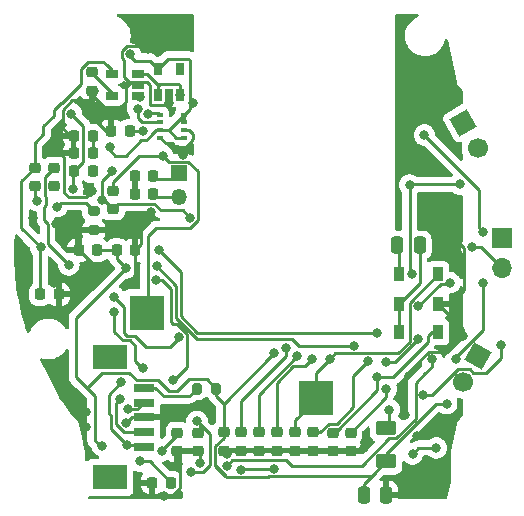
<source format=gbr>
%TF.GenerationSoftware,KiCad,Pcbnew,6.0.7-1.fc35*%
%TF.CreationDate,2022-11-05T20:29:59+01:00*%
%TF.ProjectId,sense_slim,73656e73-655f-4736-9c69-6d2e6b696361,rev?*%
%TF.SameCoordinates,Original*%
%TF.FileFunction,Copper,L1,Top*%
%TF.FilePolarity,Positive*%
%FSLAX46Y46*%
G04 Gerber Fmt 4.6, Leading zero omitted, Abs format (unit mm)*
G04 Created by KiCad (PCBNEW 6.0.7-1.fc35) date 2022-11-05 20:29:59*
%MOMM*%
%LPD*%
G01*
G04 APERTURE LIST*
G04 Aperture macros list*
%AMRoundRect*
0 Rectangle with rounded corners*
0 $1 Rounding radius*
0 $2 $3 $4 $5 $6 $7 $8 $9 X,Y pos of 4 corners*
0 Add a 4 corners polygon primitive as box body*
4,1,4,$2,$3,$4,$5,$6,$7,$8,$9,$2,$3,0*
0 Add four circle primitives for the rounded corners*
1,1,$1+$1,$2,$3*
1,1,$1+$1,$4,$5*
1,1,$1+$1,$6,$7*
1,1,$1+$1,$8,$9*
0 Add four rect primitives between the rounded corners*
20,1,$1+$1,$2,$3,$4,$5,0*
20,1,$1+$1,$4,$5,$6,$7,0*
20,1,$1+$1,$6,$7,$8,$9,0*
20,1,$1+$1,$8,$9,$2,$3,0*%
%AMHorizOval*
0 Thick line with rounded ends*
0 $1 width*
0 $2 $3 position (X,Y) of the first rounded end (center of the circle)*
0 $4 $5 position (X,Y) of the second rounded end (center of the circle)*
0 Add line between two ends*
20,1,$1,$2,$3,$4,$5,0*
0 Add two circle primitives to create the rounded ends*
1,1,$1,$2,$3*
1,1,$1,$4,$5*%
%AMRotRect*
0 Rectangle, with rotation*
0 The origin of the aperture is its center*
0 $1 length*
0 $2 width*
0 $3 Rotation angle, in degrees counterclockwise*
0 Add horizontal line*
21,1,$1,$2,0,0,$3*%
G04 Aperture macros list end*
%TA.AperFunction,SMDPad,CuDef*%
%ADD10RoundRect,0.225000X0.225000X0.250000X-0.225000X0.250000X-0.225000X-0.250000X0.225000X-0.250000X0*%
%TD*%
%TA.AperFunction,SMDPad,CuDef*%
%ADD11RoundRect,0.218750X-0.256250X0.218750X-0.256250X-0.218750X0.256250X-0.218750X0.256250X0.218750X0*%
%TD*%
%TA.AperFunction,SMDPad,CuDef*%
%ADD12RoundRect,0.218750X0.218750X0.256250X-0.218750X0.256250X-0.218750X-0.256250X0.218750X-0.256250X0*%
%TD*%
%TA.AperFunction,SMDPad,CuDef*%
%ADD13RoundRect,0.225000X-0.225000X-0.250000X0.225000X-0.250000X0.225000X0.250000X-0.225000X0.250000X0*%
%TD*%
%TA.AperFunction,SMDPad,CuDef*%
%ADD14R,1.060000X0.650000*%
%TD*%
%TA.AperFunction,SMDPad,CuDef*%
%ADD15RoundRect,0.200000X-0.275000X0.200000X-0.275000X-0.200000X0.275000X-0.200000X0.275000X0.200000X0*%
%TD*%
%TA.AperFunction,SMDPad,CuDef*%
%ADD16R,0.900000X1.200000*%
%TD*%
%TA.AperFunction,SMDPad,CuDef*%
%ADD17RoundRect,0.200000X0.200000X0.275000X-0.200000X0.275000X-0.200000X-0.275000X0.200000X-0.275000X0*%
%TD*%
%TA.AperFunction,SMDPad,CuDef*%
%ADD18R,3.000000X3.000000*%
%TD*%
%TA.AperFunction,SMDPad,CuDef*%
%ADD19RoundRect,0.218750X-0.218750X-0.256250X0.218750X-0.256250X0.218750X0.256250X-0.218750X0.256250X0*%
%TD*%
%TA.AperFunction,SMDPad,CuDef*%
%ADD20RoundRect,0.250000X-0.250000X-0.475000X0.250000X-0.475000X0.250000X0.475000X-0.250000X0.475000X0*%
%TD*%
%TA.AperFunction,SMDPad,CuDef*%
%ADD21R,0.500000X0.350000*%
%TD*%
%TA.AperFunction,SMDPad,CuDef*%
%ADD22RoundRect,0.218750X0.256250X-0.218750X0.256250X0.218750X-0.256250X0.218750X-0.256250X-0.218750X0*%
%TD*%
%TA.AperFunction,SMDPad,CuDef*%
%ADD23R,0.650000X1.060000*%
%TD*%
%TA.AperFunction,SMDPad,CuDef*%
%ADD24RoundRect,0.250000X0.250000X0.475000X-0.250000X0.475000X-0.250000X-0.475000X0.250000X-0.475000X0*%
%TD*%
%TA.AperFunction,SMDPad,CuDef*%
%ADD25RoundRect,0.250000X0.625000X-0.375000X0.625000X0.375000X-0.625000X0.375000X-0.625000X-0.375000X0*%
%TD*%
%TA.AperFunction,SMDPad,CuDef*%
%ADD26R,3.000000X2.100000*%
%TD*%
%TA.AperFunction,SMDPad,CuDef*%
%ADD27R,1.700000X0.800000*%
%TD*%
%TA.AperFunction,ComponentPad*%
%ADD28R,1.700000X1.700000*%
%TD*%
%TA.AperFunction,ComponentPad*%
%ADD29O,1.700000X1.700000*%
%TD*%
%TA.AperFunction,ComponentPad*%
%ADD30RotRect,1.700000X1.700000X150.000000*%
%TD*%
%TA.AperFunction,ComponentPad*%
%ADD31HorizOval,1.700000X0.000000X0.000000X0.000000X0.000000X0*%
%TD*%
%TA.AperFunction,ComponentPad*%
%ADD32RotRect,1.700000X1.700000X210.000000*%
%TD*%
%TA.AperFunction,ComponentPad*%
%ADD33HorizOval,1.700000X0.000000X0.000000X0.000000X0.000000X0*%
%TD*%
%TA.AperFunction,ComponentPad*%
%ADD34R,1.350000X1.350000*%
%TD*%
%TA.AperFunction,ComponentPad*%
%ADD35O,1.350000X1.350000*%
%TD*%
%TA.AperFunction,ViaPad*%
%ADD36C,0.800000*%
%TD*%
%TA.AperFunction,Conductor*%
%ADD37C,0.250000*%
%TD*%
G04 APERTURE END LIST*
D10*
%TO.P,C25,1*%
%TO.N,Net-(C25-Pad1)*%
X135117888Y-86111545D03*
%TO.P,C25,2*%
%TO.N,GND*%
X133567888Y-86111545D03*
%TD*%
D11*
%TO.P,R11,1*%
%TO.N,Net-(R11-Pad1)*%
X131957112Y-81150955D03*
%TO.P,R11,2*%
%TO.N,GND*%
X131957112Y-82725955D03*
%TD*%
D12*
%TO.P,R3,1*%
%TO.N,+3V3*%
X131987500Y-89500000D03*
%TO.P,R3,2*%
%TO.N,/SDA*%
X130412500Y-89500000D03*
%TD*%
D13*
%TO.P,C29,1*%
%TO.N,+3V3*%
X134045002Y-96188455D03*
%TO.P,C29,2*%
%TO.N,GND*%
X135595002Y-96188455D03*
%TD*%
D12*
%TO.P,C3,1*%
%TO.N,Net-(C3-Pad1)*%
X137107502Y-89900000D03*
%TO.P,C3,2*%
%TO.N,GND*%
X135532502Y-89900000D03*
%TD*%
D14*
%TO.P,U4,1,STAT*%
%TO.N,Net-(R9-Pad2)*%
X135780000Y-83160000D03*
%TO.P,U4,2,VSS*%
%TO.N,GND*%
X135780000Y-82210000D03*
%TO.P,U4,3,VBAT*%
%TO.N,/VIN*%
X135780000Y-81260000D03*
%TO.P,U4,4,VDD*%
%TO.N,Net-(C19-Pad1)*%
X133580000Y-81260000D03*
%TO.P,U4,5,PROG*%
%TO.N,Net-(R11-Pad1)*%
X133580000Y-83160000D03*
%TD*%
D15*
%TO.P,R22,1*%
%TO.N,Net-(D4-Pad1)*%
X132070002Y-92863455D03*
%TO.P,R22,2*%
%TO.N,GND*%
X132070002Y-94513455D03*
%TD*%
D11*
%TO.P,C14,1*%
%TO.N,Net-(C14-Pad1)*%
X150620002Y-111603455D03*
%TO.P,C14,2*%
%TO.N,GND*%
X150620002Y-113178455D03*
%TD*%
D16*
%TO.P,D1,1,K*%
%TO.N,GND*%
X161230002Y-100758455D03*
%TO.P,D1,2,A*%
%TO.N,Net-(C6-Pad1)*%
X157930002Y-100758455D03*
%TD*%
D17*
%TO.P,R15,1*%
%TO.N,+3V3*%
X142435000Y-107910000D03*
%TO.P,R15,2*%
%TO.N,Net-(J3-Pad1)*%
X140785000Y-107910000D03*
%TD*%
D11*
%TO.P,C15,1*%
%TO.N,/PREVGL*%
X152320002Y-111650955D03*
%TO.P,C15,2*%
%TO.N,GND*%
X152320002Y-113225955D03*
%TD*%
%TO.P,C10,1*%
%TO.N,Net-(C10-Pad1)*%
X144580002Y-111613455D03*
%TO.P,C10,2*%
%TO.N,GND*%
X144580002Y-113188455D03*
%TD*%
D18*
%TO.P,CP2,1,Pin_1*%
%TO.N,/PREVGH*%
X150920000Y-108750000D03*
%TD*%
D19*
%TO.P,C19,1*%
%TO.N,Net-(C19-Pad1)*%
X127532502Y-99938455D03*
%TO.P,C19,2*%
%TO.N,GND*%
X129107502Y-99938455D03*
%TD*%
D11*
%TO.P,C12,1*%
%TO.N,Net-(C12-Pad1)*%
X147600002Y-111603455D03*
%TO.P,C12,2*%
%TO.N,GND*%
X147600002Y-113178455D03*
%TD*%
%TO.P,R6,1*%
%TO.N,/VIN*%
X133707112Y-91150955D03*
%TO.P,R6,2*%
%TO.N,/BATT*%
X133707112Y-92725955D03*
%TD*%
D20*
%TO.P,C5,1*%
%TO.N,+3V3*%
X154920002Y-116938455D03*
%TO.P,C5,2*%
%TO.N,GND*%
X156820002Y-116938455D03*
%TD*%
D11*
%TO.P,C11,1*%
%TO.N,Net-(C11-Pad1)*%
X146090002Y-111613455D03*
%TO.P,C11,2*%
%TO.N,GND*%
X146090002Y-113188455D03*
%TD*%
D21*
%TO.P,U1,1,GND*%
%TO.N,GND*%
X137675000Y-86663455D03*
%TO.P,U1,2,CSB*%
%TO.N,+3V3*%
X137675000Y-86013455D03*
%TO.P,U1,3,SDI*%
%TO.N,/SDA*%
X137675000Y-85363455D03*
%TO.P,U1,4,SCK*%
%TO.N,/SCL*%
X137675000Y-84713455D03*
%TO.P,U1,5,SDO*%
%TO.N,+3V3*%
X139725000Y-84713455D03*
%TO.P,U1,6,VDDIO*%
X139725000Y-85363455D03*
%TO.P,U1,7,GND*%
%TO.N,GND*%
X139725000Y-86013455D03*
%TO.P,U1,8,VDD*%
%TO.N,+3V3*%
X139725000Y-86663455D03*
%TD*%
D11*
%TO.P,R4,1*%
%TO.N,/GDR*%
X140900000Y-111662500D03*
%TO.P,R4,2*%
%TO.N,GND*%
X140900000Y-113237500D03*
%TD*%
D16*
%TO.P,D2,1,K*%
%TO.N,Net-(C6-Pad1)*%
X157930002Y-103138455D03*
%TO.P,D2,2,A*%
%TO.N,/PREVGL*%
X161230002Y-103138455D03*
%TD*%
D11*
%TO.P,C16,1*%
%TO.N,Net-(C16-Pad1)*%
X153820002Y-111650955D03*
%TO.P,C16,2*%
%TO.N,GND*%
X153820002Y-113225955D03*
%TD*%
D12*
%TO.P,C2,1*%
%TO.N,+3V3*%
X131987500Y-88000000D03*
%TO.P,C2,2*%
%TO.N,GND*%
X130412500Y-88000000D03*
%TD*%
D11*
%TO.P,C13,1*%
%TO.N,/PREVGH*%
X149110002Y-111603455D03*
%TO.P,C13,2*%
%TO.N,GND*%
X149110002Y-113178455D03*
%TD*%
D22*
%TO.P,D4,1,K*%
%TO.N,Net-(D4-Pad1)*%
X128750000Y-90787500D03*
%TO.P,D4,2,A*%
%TO.N,Net-(D4-Pad2)*%
X128750000Y-89212500D03*
%TD*%
D18*
%TO.P,CP1,1,Pin_1*%
%TO.N,/VIN*%
X136620000Y-101500000D03*
%TD*%
D23*
%TO.P,U3,1,Vin*%
%TO.N,/VIN*%
X137507112Y-83038455D03*
%TO.P,U3,2,GND*%
%TO.N,GND*%
X138457112Y-83038455D03*
%TO.P,U3,3,~{SHDN}*%
%TO.N,/VIN*%
X139407112Y-83038455D03*
%TO.P,U3,4,~{ERROR}*%
%TO.N,unconnected-(U3-Pad4)*%
X139407112Y-80838455D03*
%TO.P,U3,5,Vout*%
%TO.N,+3V3*%
X137507112Y-80838455D03*
%TD*%
D24*
%TO.P,C6,1*%
%TO.N,Net-(C6-Pad1)*%
X159670002Y-95768455D03*
%TO.P,C6,2*%
%TO.N,Net-(C6-Pad2)*%
X157770002Y-95768455D03*
%TD*%
D11*
%TO.P,C9,1*%
%TO.N,+3V3*%
X143070002Y-111613455D03*
%TO.P,C9,2*%
%TO.N,GND*%
X143070002Y-113188455D03*
%TD*%
D12*
%TO.P,C4,1*%
%TO.N,Net-(C4-Pad1)*%
X137107502Y-91400000D03*
%TO.P,C4,2*%
%TO.N,GND*%
X135532502Y-91400000D03*
%TD*%
D10*
%TO.P,C30,1*%
%TO.N,+3V3*%
X132345002Y-96188455D03*
%TO.P,C30,2*%
%TO.N,GND*%
X130795002Y-96188455D03*
%TD*%
D22*
%TO.P,D5,1,K*%
%TO.N,Net-(D5-Pad1)*%
X127100000Y-90787500D03*
%TO.P,D5,2,A*%
%TO.N,Net-(C19-Pad1)*%
X127100000Y-89212500D03*
%TD*%
D25*
%TO.P,L1,1,1*%
%TO.N,+3V3*%
X156820002Y-114088455D03*
%TO.P,L1,2,2*%
%TO.N,Net-(C6-Pad2)*%
X156820002Y-111288455D03*
%TD*%
D26*
%TO.P,J3,*%
%TO.N,*%
X133410000Y-105260000D03*
X133410000Y-115440000D03*
D27*
%TO.P,J3,1,Pin_1*%
%TO.N,Net-(J3-Pad1)*%
X136360000Y-107850000D03*
%TO.P,J3,2,Pin_2*%
%TO.N,/SWDCLK*%
X136360000Y-109100000D03*
%TO.P,J3,3,Pin_3*%
%TO.N,GND*%
X136360000Y-110350000D03*
%TO.P,J3,4,Pin_4*%
%TO.N,/SWDIO*%
X136360000Y-111600000D03*
%TO.P,J3,5,Pin_5*%
%TO.N,/SWDRST*%
X136360000Y-112850000D03*
%TD*%
D11*
%TO.P,R5,1*%
%TO.N,/RESE*%
X139150000Y-111662500D03*
%TO.P,R5,2*%
%TO.N,GND*%
X139150000Y-113237500D03*
%TD*%
D16*
%TO.P,D3,1,K*%
%TO.N,/PREVGH*%
X161220002Y-98248455D03*
%TO.P,D3,2,A*%
%TO.N,Net-(C6-Pad2)*%
X157920002Y-98248455D03*
%TD*%
D12*
%TO.P,C8,1*%
%TO.N,Net-(C8-Pad1)*%
X138597500Y-115870000D03*
%TO.P,C8,2*%
%TO.N,GND*%
X137022500Y-115870000D03*
%TD*%
D10*
%TO.P,C27,1*%
%TO.N,+3V3*%
X131975000Y-86500000D03*
%TO.P,C27,2*%
%TO.N,GND*%
X130425000Y-86500000D03*
%TD*%
D28*
%TO.P,J6,1,Pin_1*%
%TO.N,Net-(C23-Pad1)*%
X166620002Y-95188455D03*
D29*
%TO.P,J6,2,Pin_2*%
%TO.N,Net-(J6-Pad2)*%
X166620002Y-97728455D03*
%TD*%
D30*
%TO.P,J7,1,Pin_1*%
%TO.N,Net-(C24-Pad1)*%
X164620002Y-105188455D03*
D31*
%TO.P,J7,2,Pin_2*%
%TO.N,Net-(J7-Pad2)*%
X163350002Y-107388160D03*
%TD*%
D32*
%TO.P,J5,1,Pin_1*%
%TO.N,Net-(C22-Pad1)*%
X163320002Y-85388455D03*
D33*
%TO.P,J5,2,Pin_2*%
%TO.N,Net-(J5-Pad2)*%
X164590002Y-87588160D03*
%TD*%
D34*
%TO.P,Y1,1,1*%
%TO.N,Net-(C3-Pad1)*%
X139320002Y-89688455D03*
D35*
%TO.P,Y1,2,2*%
%TO.N,Net-(C4-Pad1)*%
X139320002Y-91688455D03*
%TD*%
D36*
%TO.N,/VIN*%
X139400000Y-83100000D03*
X137900000Y-88200000D03*
%TO.N,GND*%
X126900000Y-93500000D03*
X154957112Y-112938455D03*
X133200000Y-98000000D03*
X131457112Y-111188455D03*
X150570002Y-113188455D03*
X135532502Y-89900000D03*
X146070002Y-113188455D03*
X132100000Y-82700000D03*
X158457112Y-110188455D03*
X128695002Y-98955955D03*
X143320002Y-113438455D03*
X132100000Y-85100000D03*
X138457112Y-83742888D03*
X130400000Y-86500000D03*
X131457112Y-109938455D03*
X136900000Y-93000000D03*
X138040000Y-117030000D03*
X135820000Y-116640000D03*
X139600000Y-88100000D03*
X128919502Y-93980955D03*
X136700000Y-79200000D03*
X141070002Y-114188455D03*
X128850000Y-87600000D03*
X134830000Y-110860000D03*
X163320002Y-103438455D03*
X131957112Y-91150955D03*
X139207112Y-77438455D03*
X158882502Y-87238455D03*
X161845002Y-94438455D03*
X159457112Y-111938455D03*
X134700000Y-99200000D03*
X160070002Y-80438455D03*
%TO.N,+3V3*%
X161957112Y-109188455D03*
X162707112Y-105438455D03*
X165070002Y-98938455D03*
X134820002Y-97688455D03*
X165070002Y-94688455D03*
X132000000Y-89500000D03*
X131987500Y-88000000D03*
X135182612Y-79600000D03*
X133429792Y-87423443D03*
X132790000Y-112780000D03*
X140500000Y-83700000D03*
X160070002Y-86438455D03*
X147320002Y-104938455D03*
%TO.N,/BATT*%
X133600000Y-89512500D03*
X140207112Y-93438455D03*
X132771184Y-91987016D03*
%TO.N,Net-(C8-Pad1)*%
X135990000Y-114070000D03*
%TO.N,Net-(C10-Pad1)*%
X148320002Y-104438455D03*
%TO.N,Net-(C11-Pad1)*%
X149320002Y-105188455D03*
%TO.N,Net-(C16-Pad1)*%
X156820002Y-107938455D03*
%TO.N,Net-(C19-Pad1)*%
X127570002Y-95938455D03*
%TO.N,/PREVGH*%
X152053413Y-105421866D03*
%TO.N,/PREVGL*%
X156070002Y-106938455D03*
%TO.N,/SWDCLK*%
X134934500Y-109683411D03*
%TO.N,/SWDIO*%
X134310000Y-108760000D03*
%TO.N,/SWDRST*%
X134850000Y-112710000D03*
X134410000Y-107400000D03*
X133820002Y-101438455D03*
X136260000Y-106160000D03*
%TO.N,/START*%
X156820002Y-105688455D03*
X166570002Y-104188455D03*
X159957112Y-108438455D03*
X159570002Y-103688455D03*
X137570002Y-96188455D03*
X156070002Y-103188455D03*
%TO.N,/SET*%
X159045502Y-98188455D03*
X137460773Y-97579227D03*
X158820002Y-90688455D03*
X154070002Y-104313955D03*
X163070002Y-90613455D03*
%TO.N,/RESET*%
X159070002Y-113438455D03*
X162245002Y-98938455D03*
X137320002Y-98688455D03*
X161070002Y-112938455D03*
X159570002Y-100938455D03*
X138810000Y-107150000D03*
X147320002Y-114688455D03*
X144570002Y-114813955D03*
%TO.N,/GDR*%
X160707112Y-105438455D03*
X143320002Y-114438455D03*
X140820002Y-110688455D03*
X140320002Y-114938455D03*
%TO.N,/RESE*%
X137820002Y-113188455D03*
%TO.N,/SCL*%
X136680000Y-84680000D03*
%TO.N,/SDA*%
X130161897Y-84637397D03*
X135790000Y-84210000D03*
X130300000Y-91000000D03*
%TO.N,/SCK*%
X133820002Y-100188455D03*
X139320002Y-103537955D03*
%TO.N,Net-(C6-Pad2)*%
X157070002Y-109688455D03*
X157920002Y-98248455D03*
%TO.N,Net-(C12-Pad1)*%
X150570002Y-105438455D03*
%TO.N,Net-(C14-Pad1)*%
X155320002Y-105562955D03*
%TO.N,Net-(C25-Pad1)*%
X136259679Y-86087955D03*
%TO.N,Net-(D4-Pad1)*%
X128800000Y-90800000D03*
X128950000Y-92500000D03*
%TO.N,Net-(D4-Pad2)*%
X129960267Y-97439070D03*
%TO.N,Net-(D5-Pad1)*%
X127304810Y-91997564D03*
%TO.N,Net-(J6-Pad2)*%
X164070002Y-95938455D03*
%TO.N,Net-(R9-Pad2)*%
X136010000Y-83210000D03*
%TD*%
D37*
%TO.N,/VIN*%
X137665567Y-82100000D02*
X138000000Y-82100000D01*
X136680000Y-97444573D02*
X136680000Y-95030000D01*
X137507112Y-82258455D02*
X137665567Y-82100000D01*
X140199451Y-94330000D02*
X140860000Y-93669451D01*
X135780000Y-81260000D02*
X136560000Y-81260000D01*
X137507112Y-83038455D02*
X137507112Y-82258455D01*
X137380000Y-94330000D02*
X140199451Y-94330000D01*
X136650000Y-97474573D02*
X136680000Y-97444573D01*
X140065000Y-88725000D02*
X138425000Y-88725000D01*
X136650000Y-101360000D02*
X136650000Y-97474573D01*
X135937805Y-88200000D02*
X137900000Y-88200000D01*
X136680000Y-95030000D02*
X137380000Y-94330000D01*
X136805000Y-81505000D02*
X137400000Y-82100000D01*
X133707112Y-90430693D02*
X135937805Y-88200000D01*
X140860000Y-89520000D02*
X140065000Y-88725000D01*
X140860000Y-93669451D02*
X140860000Y-89520000D01*
X138425000Y-88725000D02*
X137900000Y-88200000D01*
X139407112Y-83092888D02*
X139400000Y-83100000D01*
X139407112Y-83038455D02*
X139407112Y-83092888D01*
X137400000Y-82100000D02*
X138000000Y-82100000D01*
X139248657Y-82100000D02*
X139400000Y-82251343D01*
X133707112Y-91150955D02*
X133707112Y-90430693D01*
X139400000Y-82251343D02*
X139400000Y-83100000D01*
X136560000Y-81260000D02*
X136805000Y-81505000D01*
X138000000Y-82100000D02*
X139248657Y-82100000D01*
%TO.N,GND*%
X134650000Y-81561343D02*
X134650000Y-80092693D01*
X140150000Y-86013455D02*
X140500000Y-86363455D01*
X131957112Y-82725955D02*
X132074045Y-82725955D01*
X135595002Y-96188455D02*
X136070002Y-95713455D01*
X135340000Y-110350000D02*
X134830000Y-110860000D01*
X134800000Y-83600000D02*
X134800000Y-82390566D01*
X135595002Y-96188455D02*
X135595002Y-98304998D01*
X139600000Y-87700000D02*
X139600000Y-88100000D01*
X161230002Y-100758455D02*
X163320002Y-102848455D01*
X138175000Y-87163455D02*
X138663455Y-87163455D01*
X133030000Y-84120000D02*
X134280000Y-84120000D01*
X140500000Y-86800000D02*
X139600000Y-87700000D01*
X135728077Y-89992880D02*
X135532502Y-90188455D01*
X153820002Y-113225955D02*
X150667502Y-113225955D01*
X133567888Y-86111545D02*
X133111545Y-86111545D01*
X130745002Y-94513455D02*
X130570002Y-94688455D01*
X137445567Y-79200000D02*
X139207112Y-77438455D01*
X130100000Y-86500000D02*
X130400000Y-86500000D01*
X138040000Y-117030000D02*
X138700000Y-117030000D01*
X138700000Y-117030000D02*
X139380000Y-116350000D01*
X132100000Y-83987650D02*
X131600305Y-83487955D01*
X161945002Y-104813455D02*
X160448228Y-104813455D01*
X136587112Y-81938455D02*
X136857112Y-82208455D01*
X136375000Y-78875000D02*
X136700000Y-79200000D01*
X153820002Y-113225955D02*
X154669612Y-113225955D01*
X129575000Y-91325000D02*
X129978039Y-91728039D01*
X140500000Y-86363455D02*
X140500000Y-86800000D01*
X129978039Y-91728039D02*
X131380028Y-91728039D01*
X136360000Y-110350000D02*
X135340000Y-110350000D01*
X129575000Y-88325000D02*
X129575000Y-91325000D01*
X128850000Y-87600000D02*
X129575000Y-88325000D01*
X138663455Y-87163455D02*
X139600000Y-88100000D01*
X130412500Y-88000000D02*
X130412500Y-86512500D01*
X161230002Y-100758455D02*
X162250002Y-100758455D01*
X138306545Y-83893455D02*
X138457112Y-83742888D01*
X132100000Y-85100000D02*
X132100000Y-83987650D01*
X133111545Y-86111545D02*
X132100000Y-85100000D01*
X134457612Y-79299695D02*
X134882307Y-78875000D01*
X135027112Y-81938455D02*
X134650000Y-81561343D01*
X136857112Y-82208455D02*
X136857112Y-83893455D01*
X132606547Y-98000000D02*
X130795002Y-96188455D01*
X132070002Y-94513455D02*
X130745002Y-94513455D01*
X139725000Y-86013455D02*
X140150000Y-86013455D01*
X143070002Y-113188455D02*
X150610002Y-113188455D01*
X135595002Y-98304998D02*
X134700000Y-99200000D01*
X160448228Y-104813455D02*
X158457112Y-106804571D01*
X133200000Y-98000000D02*
X132606547Y-98000000D01*
X162250002Y-100758455D02*
X163445002Y-99563455D01*
X135252112Y-81938455D02*
X135807112Y-81938455D01*
X150610002Y-113188455D02*
X150620002Y-113178455D01*
X129436897Y-84299499D02*
X129436897Y-85836897D01*
X163445002Y-99563455D02*
X163445002Y-96038455D01*
X163320002Y-102848455D02*
X163320002Y-103688455D01*
X135807112Y-81938455D02*
X135027112Y-81938455D01*
X131600305Y-83487955D02*
X130248441Y-83487955D01*
X134457612Y-79900305D02*
X134457612Y-79299695D01*
X138457112Y-83742888D02*
X138457112Y-83038455D01*
X134882307Y-78875000D02*
X136375000Y-78875000D01*
X163320002Y-103438455D02*
X161945002Y-104813455D01*
X141070002Y-114188455D02*
X141070002Y-113225955D01*
X139380000Y-116350000D02*
X139380000Y-113467500D01*
X129436897Y-85836897D02*
X130100000Y-86500000D01*
X136070002Y-93829998D02*
X136900000Y-93000000D01*
X160070002Y-84938455D02*
X158882502Y-86125955D01*
X135807112Y-81938455D02*
X136587112Y-81938455D01*
X130570002Y-94688455D02*
X130570002Y-95963455D01*
X136070002Y-94270002D02*
X136070002Y-93829998D01*
X134650000Y-80092693D02*
X134457612Y-79900305D01*
X137022500Y-115870000D02*
X136763884Y-115870000D01*
X134280000Y-84120000D02*
X134800000Y-83600000D01*
X132100000Y-82700000D02*
X132100000Y-83190000D01*
X136070002Y-95713455D02*
X136070002Y-94270002D01*
X132074045Y-82725955D02*
X132100000Y-82700000D01*
X136857112Y-83893455D02*
X138306545Y-83893455D01*
X160070002Y-80438455D02*
X160070002Y-84938455D01*
X130248441Y-83487955D02*
X129436897Y-84299499D01*
X130570002Y-95963455D02*
X130795002Y-96188455D01*
X154669612Y-113225955D02*
X154957112Y-112938455D01*
X129107502Y-99368455D02*
X128695002Y-98955955D01*
X143070002Y-113188455D02*
X143320002Y-113438455D01*
X130412500Y-86512500D02*
X130400000Y-86500000D01*
X137675000Y-86663455D02*
X138175000Y-87163455D01*
X158882502Y-86125955D02*
X158882502Y-87238455D01*
X129627002Y-94688455D02*
X128919502Y-93980955D01*
X158457112Y-106804571D02*
X158457112Y-110188455D01*
X163445002Y-96038455D02*
X161845002Y-94438455D01*
X135532502Y-91688455D02*
X135532502Y-90188455D01*
X131380028Y-91728039D02*
X131957112Y-91150955D01*
X136700000Y-79200000D02*
X137445567Y-79200000D01*
X132100000Y-83190000D02*
X133030000Y-84120000D01*
X129107502Y-99938455D02*
X129107502Y-99368455D01*
X134800000Y-82390566D02*
X135252112Y-81938455D01*
X139380000Y-113467500D02*
X139150000Y-113237500D01*
X150667502Y-113225955D02*
X150620002Y-113178455D01*
X130570002Y-94688455D02*
X129627002Y-94688455D01*
X141070002Y-113225955D02*
X139320002Y-113225955D01*
%TO.N,+3V3*%
X142435000Y-107910000D02*
X142435000Y-108553453D01*
X142370002Y-112785898D02*
X143070002Y-112085898D01*
X136900000Y-86426910D02*
X137313455Y-86013455D01*
X155770002Y-115138455D02*
X156820002Y-114088455D01*
X143320002Y-115438455D02*
X143195002Y-115313455D01*
X135182612Y-79600000D02*
X135182612Y-79780444D01*
X139075000Y-86663455D02*
X138425000Y-86013455D01*
X162579558Y-105438455D02*
X162707112Y-105438455D01*
X140200000Y-84238455D02*
X139725000Y-84713455D01*
X142370002Y-114488455D02*
X142370002Y-114388455D01*
X131975000Y-87987500D02*
X131987500Y-88000000D01*
X138420000Y-108090000D02*
X139130000Y-108090000D01*
X130582112Y-101926345D02*
X130582112Y-106947339D01*
X139725000Y-85363455D02*
X139725000Y-84713455D01*
X156820002Y-113455181D02*
X161086728Y-109188455D01*
X156820002Y-114088455D02*
X156820002Y-113455181D01*
X154920002Y-115988455D02*
X154920002Y-116938455D01*
X131975000Y-86500000D02*
X131975000Y-87987500D01*
X143070002Y-110188455D02*
X143070002Y-109188455D01*
X136100000Y-86900000D02*
X136500000Y-86900000D01*
X155770002Y-115138455D02*
X154920002Y-115988455D01*
X132170000Y-108535226D02*
X132170000Y-112310000D01*
X141645000Y-107120000D02*
X142435000Y-107910000D01*
X161086728Y-109188455D02*
X161957112Y-109188455D01*
X165070002Y-94688455D02*
X164695002Y-94313455D01*
X164695002Y-94313455D02*
X164695002Y-91063455D01*
X139725000Y-86663455D02*
X139075000Y-86663455D01*
X143070002Y-112085898D02*
X143070002Y-111613455D01*
X165070002Y-98938455D02*
X165070002Y-102948011D01*
X134045002Y-96188455D02*
X134045002Y-96913455D01*
X143070002Y-109188455D02*
X147070002Y-105188455D01*
X135735000Y-107225000D02*
X137555000Y-107225000D01*
X132170000Y-112310000D02*
X132640000Y-112780000D01*
X134045002Y-96188455D02*
X132345002Y-96188455D01*
X138425000Y-86013455D02*
X139725000Y-84713455D01*
X134820002Y-97688455D02*
X130582112Y-101926345D01*
X137313455Y-86013455D02*
X137675000Y-86013455D01*
X130582112Y-106947339D02*
X131482387Y-107847613D01*
X135100000Y-106590000D02*
X135735000Y-107225000D01*
X165070002Y-102948011D02*
X162579558Y-105438455D01*
X147070002Y-105188455D02*
X147320002Y-104938455D01*
X136500000Y-86900000D02*
X136900000Y-86500000D01*
X133429792Y-87423443D02*
X133429792Y-87729792D01*
X138362112Y-79983455D02*
X140057112Y-79983455D01*
X132740000Y-106590000D02*
X135100000Y-106590000D01*
X137675000Y-86013455D02*
X138425000Y-86013455D01*
X140057112Y-79983455D02*
X140200000Y-80126343D01*
X131482387Y-107847613D02*
X132170000Y-108535226D01*
X133900000Y-88200000D02*
X134800000Y-88200000D01*
X146945002Y-115313455D02*
X146820002Y-115438455D01*
X134045002Y-96913455D02*
X134820002Y-97688455D01*
X134800000Y-88200000D02*
X136100000Y-86900000D01*
X143070002Y-111613455D02*
X143070002Y-110188455D01*
X136817573Y-80148916D02*
X135551084Y-80148916D01*
X140200000Y-83000000D02*
X140200000Y-84238455D01*
X140200000Y-83400000D02*
X140200000Y-83000000D01*
X155595002Y-115313455D02*
X155770002Y-115138455D01*
X139130000Y-108090000D02*
X140100000Y-107120000D01*
X143195002Y-115313455D02*
X142370002Y-114488455D01*
X140100000Y-107120000D02*
X141645000Y-107120000D01*
X133429792Y-87729792D02*
X133900000Y-88200000D01*
X164695002Y-91063455D02*
X160070002Y-86438455D01*
X142370002Y-114388455D02*
X142370002Y-112785898D01*
X142435000Y-108553453D02*
X143070002Y-109188455D01*
X143295002Y-115313455D02*
X142370002Y-114388455D01*
X140500000Y-83700000D02*
X140200000Y-83400000D01*
X137507112Y-80838455D02*
X138362112Y-79983455D01*
X136900000Y-86500000D02*
X136900000Y-86426910D01*
X131482387Y-107847613D02*
X132740000Y-106590000D01*
X137555000Y-107225000D02*
X138420000Y-108090000D01*
X135182612Y-79780444D02*
X135551084Y-80148916D01*
X146945002Y-115313455D02*
X155595002Y-115313455D01*
X140200000Y-80126343D02*
X140200000Y-83000000D01*
X132640000Y-112780000D02*
X132790000Y-112780000D01*
X146820002Y-115438455D02*
X143320002Y-115438455D01*
X137507112Y-80838455D02*
X136817573Y-80148916D01*
%TO.N,/BATT*%
X137200305Y-92275000D02*
X134158067Y-92275000D01*
X132771184Y-91987016D02*
X132771184Y-90341316D01*
X134158067Y-92275000D02*
X133707112Y-92725955D01*
X132771184Y-91987016D02*
X132968173Y-91987016D01*
X137754945Y-92829640D02*
X139598297Y-92829640D01*
X139598297Y-92829640D02*
X140207112Y-93438455D01*
X137754945Y-92829640D02*
X137200305Y-92275000D01*
X132968173Y-91987016D02*
X133707112Y-92725955D01*
X132771184Y-90341316D02*
X133600000Y-89512500D01*
X133707112Y-92725955D02*
X133219612Y-92238455D01*
%TO.N,Net-(C6-Pad1)*%
X157930002Y-100758455D02*
X157930002Y-103138455D01*
X159670002Y-95768455D02*
X159670002Y-99018455D01*
X159670002Y-99018455D02*
X157930002Y-100758455D01*
%TO.N,Net-(C8-Pad1)*%
X136797500Y-114070000D02*
X135990000Y-114070000D01*
X138597500Y-115870000D02*
X136797500Y-114070000D01*
%TO.N,Net-(C10-Pad1)*%
X144580002Y-111613455D02*
X144580002Y-108928455D01*
X148070002Y-105438455D02*
X148320002Y-105188455D01*
X144580002Y-108928455D02*
X148070002Y-105438455D01*
X148320002Y-105188455D02*
X148320002Y-104438455D01*
%TO.N,Net-(C11-Pad1)*%
X146090002Y-108418455D02*
X149320002Y-105188455D01*
X146090002Y-111613455D02*
X146090002Y-108418455D01*
%TO.N,Net-(C16-Pad1)*%
X156820002Y-107938455D02*
X156820002Y-108650955D01*
X156820002Y-108650955D02*
X153820002Y-111650955D01*
%TO.N,Net-(C19-Pad1)*%
X125957112Y-94325565D02*
X127570002Y-95938455D01*
X125957112Y-90355388D02*
X127100000Y-89212500D01*
X133580000Y-80961342D02*
X133580000Y-81260000D01*
X127100000Y-87100000D02*
X127800000Y-86400000D01*
X131000000Y-82100000D02*
X131000000Y-80864088D01*
X128700000Y-84300000D02*
X129300000Y-83700000D01*
X127532502Y-95975955D02*
X127570002Y-95938455D01*
X133169329Y-80550671D02*
X133607112Y-80988455D01*
X128700000Y-84800000D02*
X128700000Y-84300000D01*
X129300000Y-83700000D02*
X129400000Y-83700000D01*
X127800000Y-86400000D02*
X127800000Y-85700000D01*
X131000000Y-80864088D02*
X131600000Y-80264088D01*
X131600000Y-80264088D02*
X132882745Y-80264088D01*
X127800000Y-85700000D02*
X128700000Y-84800000D01*
X132882745Y-80264088D02*
X133169329Y-80550671D01*
X133169329Y-80550671D02*
X133580000Y-80961342D01*
X127532502Y-99938455D02*
X127532502Y-95975955D01*
X125957112Y-94325565D02*
X125957112Y-90355388D01*
X129400000Y-83700000D02*
X131000000Y-82100000D01*
X127100000Y-89212500D02*
X127100000Y-87100000D01*
%TO.N,/PREVGH*%
X158820002Y-103938455D02*
X157820002Y-104938455D01*
X149110002Y-110599998D02*
X150860000Y-108850000D01*
X158820002Y-100648455D02*
X158820002Y-103938455D01*
X152536824Y-104938455D02*
X152053413Y-105421866D01*
X150860000Y-106615280D02*
X150902640Y-106572640D01*
X150902640Y-106572640D02*
X152053413Y-105421866D01*
X149110002Y-111603455D02*
X149110002Y-110599998D01*
X157820002Y-104938455D02*
X152536824Y-104938455D01*
X161220002Y-98248455D02*
X158820002Y-100648455D01*
X150860000Y-108850000D02*
X150860000Y-106615280D01*
%TO.N,/PREVGL*%
X160375002Y-103993455D02*
X157430002Y-106938455D01*
X152320002Y-111650955D02*
X152469045Y-111650955D01*
X160370002Y-103488455D02*
X160370002Y-103988455D01*
X160370002Y-103988455D02*
X160375002Y-103993455D01*
X157430002Y-106938455D02*
X156070002Y-106938455D01*
X156070002Y-108049998D02*
X156070002Y-106938455D01*
X160720002Y-103138455D02*
X160370002Y-103488455D01*
X152469045Y-111650955D02*
X156070002Y-108049998D01*
X161230002Y-103138455D02*
X160720002Y-103138455D01*
%TO.N,/SWDCLK*%
X135776589Y-109683411D02*
X136360000Y-109100000D01*
X134934500Y-109683411D02*
X135776589Y-109683411D01*
%TO.N,/SWDIO*%
X136360000Y-111600000D02*
X134610000Y-111600000D01*
X133930000Y-110920000D02*
X133930000Y-109140000D01*
X133930000Y-109140000D02*
X134310000Y-108760000D01*
X134610000Y-111600000D02*
X133930000Y-110920000D01*
%TO.N,/SWDRST*%
X133820002Y-103110002D02*
X134530000Y-103820000D01*
X133330000Y-110010000D02*
X133330000Y-108480000D01*
X135120000Y-103820000D02*
X135590000Y-104290000D01*
X134530000Y-103820000D02*
X135120000Y-103820000D01*
X135590000Y-105550000D02*
X136200000Y-106160000D01*
X136200000Y-106160000D02*
X136260000Y-106160000D01*
X133500000Y-110230000D02*
X133525000Y-110205000D01*
X133330000Y-108480000D02*
X134410000Y-107400000D01*
X133525000Y-110205000D02*
X133330000Y-110010000D01*
X134850000Y-112710000D02*
X133500000Y-111360000D01*
X134850000Y-112710000D02*
X136220000Y-112710000D01*
X133820002Y-101438455D02*
X133820002Y-103110002D01*
X136220000Y-112710000D02*
X136360000Y-112850000D01*
X133500000Y-111360000D02*
X133500000Y-110230000D01*
X135590000Y-104290000D02*
X135590000Y-105550000D01*
%TO.N,/START*%
X163893335Y-106252232D02*
X162893335Y-106252232D01*
X139420002Y-101764123D02*
X139420002Y-99938455D01*
X159570002Y-103688455D02*
X157570002Y-105688455D01*
X166570002Y-105325565D02*
X165320990Y-106574577D01*
X164215680Y-106574577D02*
X163893335Y-106252232D01*
X166570002Y-104188455D02*
X166570002Y-105325565D01*
X160707112Y-108438455D02*
X159957112Y-108438455D01*
X139420002Y-99938455D02*
X139420002Y-98038455D01*
X162893335Y-106252232D02*
X160707112Y-108438455D01*
X140844334Y-103188455D02*
X139420002Y-101764123D01*
X139420002Y-98038455D02*
X137570002Y-96188455D01*
X156070002Y-103188455D02*
X140844334Y-103188455D01*
X157570002Y-105688455D02*
X156820002Y-105688455D01*
X165320990Y-106574577D02*
X164215680Y-106574577D01*
%TO.N,/SET*%
X149445502Y-104313955D02*
X148820002Y-103688455D01*
X154070002Y-104313955D02*
X149445502Y-104313955D01*
X158820002Y-90688455D02*
X158820002Y-97962955D01*
X140849360Y-103688455D02*
X139070002Y-101909097D01*
X158820002Y-90688455D02*
X158895002Y-90613455D01*
X148820002Y-103688455D02*
X140849360Y-103688455D01*
X158820002Y-97962955D02*
X159045502Y-98188455D01*
X139070002Y-101909097D02*
X139070002Y-99188455D01*
X139070002Y-99188455D02*
X137460773Y-97579227D01*
X158895002Y-90613455D02*
X163070002Y-90613455D01*
%TO.N,/RESET*%
X138858457Y-107150000D02*
X138810000Y-107150000D01*
X139945002Y-106063455D02*
X138858457Y-107150000D01*
X162110002Y-99073455D02*
X161435002Y-99073455D01*
X137858455Y-98688455D02*
X138650000Y-99480000D01*
X144695502Y-114688455D02*
X144570002Y-114813955D01*
X162245002Y-98938455D02*
X162110002Y-99073455D01*
X161070002Y-112938455D02*
X159570002Y-112938455D01*
X138650000Y-99480000D02*
X138650000Y-102300000D01*
X161435002Y-99073455D02*
X159570002Y-100938455D01*
X159570002Y-112938455D02*
X159070002Y-113438455D01*
X139945002Y-103279071D02*
X139945002Y-106063455D01*
X138788455Y-102438455D02*
X139104386Y-102438455D01*
X137320002Y-98688455D02*
X137858455Y-98688455D01*
X139104386Y-102438455D02*
X139945002Y-103279071D01*
X147320002Y-114688455D02*
X144695502Y-114688455D01*
X138650000Y-102300000D02*
X138788455Y-102438455D01*
%TO.N,/GDR*%
X141203886Y-114938455D02*
X140320002Y-114938455D01*
X141070002Y-110938455D02*
X140820002Y-110688455D01*
X141920002Y-111788454D02*
X141920002Y-114222339D01*
X140820002Y-110688455D02*
X141920002Y-111788454D01*
X160707112Y-106051345D02*
X160707112Y-105438455D01*
X141345307Y-114938455D02*
X141920002Y-114363760D01*
X160138557Y-106619900D02*
X159320002Y-107438455D01*
X159320002Y-107438455D02*
X159320002Y-110460206D01*
X148320002Y-113938455D02*
X143820002Y-113938455D01*
X157641753Y-112138455D02*
X157098251Y-112138455D01*
X157098251Y-112138455D02*
X154798251Y-114438455D01*
X160138557Y-106619900D02*
X160707112Y-106051345D01*
X159320002Y-110460206D02*
X157641753Y-112138455D01*
X154798251Y-114438455D02*
X148820002Y-114438455D01*
X141920002Y-114363760D02*
X141920002Y-114222339D01*
X143820002Y-113938455D02*
X143320002Y-114438455D01*
X141070002Y-111650955D02*
X141070002Y-110938455D01*
X148820002Y-114438455D02*
X148320002Y-113938455D01*
X141203886Y-114938455D02*
X141345307Y-114938455D01*
%TO.N,/RESE*%
X137820002Y-113150955D02*
X139320002Y-111650955D01*
X137820002Y-113188455D02*
X137820002Y-113150955D01*
%TO.N,/SCL*%
X136525827Y-84600000D02*
X137561545Y-84600000D01*
X137561545Y-84600000D02*
X137675000Y-84713455D01*
%TO.N,/SDA*%
X130300000Y-89612500D02*
X130412500Y-89500000D01*
X131200000Y-85675500D02*
X130161897Y-84637397D01*
X135801327Y-85001327D02*
X135801327Y-84221327D01*
X130300000Y-91000000D02*
X130300000Y-89612500D01*
X135801327Y-84221327D02*
X135790000Y-84210000D01*
X137675000Y-85363455D02*
X136163455Y-85363455D01*
X131200000Y-86400000D02*
X131200000Y-85675500D01*
X136163455Y-85363455D02*
X135801327Y-85001327D01*
X130412500Y-89500000D02*
X131200000Y-88712500D01*
X131200000Y-88712500D02*
X131200000Y-86400000D01*
%TO.N,/SCK*%
X139320002Y-103629998D02*
X139320002Y-103537955D01*
X134610000Y-100978454D02*
X134610000Y-103180000D01*
X135560000Y-103470000D02*
X136490000Y-104400000D01*
X136490000Y-104400000D02*
X138550000Y-104400000D01*
X138550000Y-104400000D02*
X139320002Y-103629998D01*
X133820002Y-100188455D02*
X134610000Y-100978454D01*
X134610000Y-103180000D02*
X134900000Y-103470000D01*
X134900000Y-103470000D02*
X135560000Y-103470000D01*
%TO.N,Net-(C3-Pad1)*%
X138820002Y-90188455D02*
X139320002Y-89688455D01*
X137107502Y-90188455D02*
X138820002Y-90188455D01*
%TO.N,Net-(C4-Pad1)*%
X137107502Y-91688455D02*
X139320002Y-91688455D01*
%TO.N,Net-(C6-Pad2)*%
X157770002Y-95768455D02*
X157920002Y-95918455D01*
X157920002Y-95918455D02*
X157920002Y-98248455D01*
X157070002Y-109688455D02*
X157070002Y-111038455D01*
X157070002Y-111038455D02*
X156820002Y-111288455D01*
%TO.N,Net-(C12-Pad1)*%
X147600002Y-107403429D02*
X148973431Y-106030000D01*
X147600002Y-111603455D02*
X147600002Y-107403429D01*
X148973431Y-106030000D02*
X149978457Y-106030000D01*
X149978457Y-106030000D02*
X150570002Y-105438455D01*
%TO.N,Net-(C14-Pad1)*%
X151264945Y-111603455D02*
X151978400Y-110890000D01*
X154066479Y-109513521D02*
X154066479Y-106816479D01*
X151978400Y-110890000D02*
X152690000Y-110890000D01*
X150620002Y-111603455D02*
X151264945Y-111603455D01*
X152690000Y-110890000D02*
X154066479Y-109513521D01*
X154066479Y-106816479D02*
X155320002Y-105562955D01*
%TO.N,Net-(C25-Pad1)*%
X135117888Y-86111545D02*
X136236089Y-86111545D01*
X136236089Y-86111545D02*
X136259679Y-86087955D01*
%TO.N,Net-(D4-Pad1)*%
X129271961Y-92178039D02*
X131384586Y-92178039D01*
X128950000Y-92500000D02*
X129271961Y-92178039D01*
X131384586Y-92178039D02*
X132070002Y-92863455D01*
X128600000Y-90787500D02*
X128600000Y-90800000D01*
%TO.N,Net-(D4-Pad2)*%
X127900000Y-92500000D02*
X128029810Y-92370190D01*
X127950000Y-90012500D02*
X128750000Y-89212500D01*
X127900000Y-92500000D02*
X127900000Y-93650000D01*
X128029810Y-91697259D02*
X127950000Y-91617449D01*
X128195002Y-93945002D02*
X128195002Y-95673805D01*
X128195002Y-95673805D02*
X129960267Y-97439070D01*
X128029810Y-92370190D02*
X128029810Y-91697259D01*
X127900000Y-93650000D02*
X128195002Y-93945002D01*
X127950000Y-91617449D02*
X127950000Y-90012500D01*
%TO.N,Net-(D5-Pad1)*%
X127100000Y-91792754D02*
X127304810Y-91997564D01*
X127100000Y-90787500D02*
X127100000Y-91792754D01*
%TO.N,Net-(J6-Pad2)*%
X164830002Y-95938455D02*
X166620002Y-97728455D01*
X164070002Y-95938455D02*
X164830002Y-95938455D01*
%TO.N,Net-(R9-Pad2)*%
X135780000Y-83160000D02*
X135960000Y-83160000D01*
X135960000Y-83160000D02*
X136010000Y-83210000D01*
%TO.N,Net-(R11-Pad1)*%
X131957112Y-81150955D02*
X131957112Y-81238455D01*
X131957112Y-81238455D02*
X133607112Y-82888455D01*
%TO.N,Net-(J3-Pad1)*%
X140145000Y-108550000D02*
X140785000Y-107910000D01*
X137990000Y-108550000D02*
X140145000Y-108550000D01*
X137290000Y-107850000D02*
X137990000Y-108550000D01*
X136360000Y-107850000D02*
X137290000Y-107850000D01*
%TD*%
%TA.AperFunction,Conductor*%
%TO.N,GND*%
G36*
X135595749Y-114888945D02*
G01*
X135701282Y-114935931D01*
X135707712Y-114938794D01*
X135779227Y-114953995D01*
X135888056Y-114977128D01*
X135888061Y-114977128D01*
X135894513Y-114978500D01*
X136085487Y-114978500D01*
X136091946Y-114977127D01*
X136091947Y-114977127D01*
X136092282Y-114977056D01*
X136092480Y-114977071D01*
X136098515Y-114976437D01*
X136098631Y-114977541D01*
X136163072Y-114982461D01*
X136219703Y-115025280D01*
X136244195Y-115091918D01*
X136225734Y-115166420D01*
X136144447Y-115298291D01*
X136138303Y-115311468D01*
X136089421Y-115458843D01*
X136086555Y-115472210D01*
X136077328Y-115562270D01*
X136077000Y-115568685D01*
X136077000Y-115597885D01*
X136081475Y-115613124D01*
X136082865Y-115614329D01*
X136090548Y-115616000D01*
X137150500Y-115616000D01*
X137218621Y-115636002D01*
X137265114Y-115689658D01*
X137276500Y-115742000D01*
X137276500Y-116834885D01*
X137280975Y-116850124D01*
X137282365Y-116851329D01*
X137289321Y-116852842D01*
X137292782Y-116852663D01*
X137384021Y-116843196D01*
X137397417Y-116840303D01*
X137544687Y-116791170D01*
X137557866Y-116784996D01*
X137689514Y-116703530D01*
X137700915Y-116694494D01*
X137720533Y-116674842D01*
X137782816Y-116640763D01*
X137853636Y-116645766D01*
X137898723Y-116674686D01*
X137905628Y-116681579D01*
X137924947Y-116700864D01*
X138069308Y-116789849D01*
X138076256Y-116792154D01*
X138076257Y-116792154D01*
X138223738Y-116841072D01*
X138223740Y-116841072D01*
X138230269Y-116843238D01*
X138330428Y-116853500D01*
X138864572Y-116853500D01*
X138867818Y-116853163D01*
X138867822Y-116853163D01*
X138901603Y-116849658D01*
X138965982Y-116842978D01*
X139126849Y-116789308D01*
X139271055Y-116700071D01*
X139386329Y-116584596D01*
X139448612Y-116550517D01*
X139519432Y-116555520D01*
X139576304Y-116598017D01*
X139601173Y-116664516D01*
X139601502Y-116673614D01*
X139601502Y-117079832D01*
X139601500Y-117080603D01*
X139601178Y-117133226D01*
X139580759Y-117201223D01*
X139526820Y-117247387D01*
X139475180Y-117258455D01*
X131732171Y-117258455D01*
X131664050Y-117238453D01*
X131617557Y-117184797D01*
X131608891Y-117158493D01*
X131601676Y-117124332D01*
X131607169Y-117053548D01*
X131650059Y-116996971D01*
X131716728Y-116972563D01*
X131769185Y-116980312D01*
X131792282Y-116988971D01*
X131792288Y-116988973D01*
X131799684Y-116991745D01*
X131861866Y-116998500D01*
X134958134Y-116998500D01*
X135020316Y-116991745D01*
X135156705Y-116940615D01*
X135273261Y-116853261D01*
X135360615Y-116736705D01*
X135411745Y-116600316D01*
X135418500Y-116538134D01*
X135418500Y-116171266D01*
X136077000Y-116171266D01*
X136077337Y-116177782D01*
X136086804Y-116269021D01*
X136089697Y-116282417D01*
X136138830Y-116429687D01*
X136145004Y-116442866D01*
X136226470Y-116574514D01*
X136235506Y-116585915D01*
X136345080Y-116695298D01*
X136356491Y-116704310D01*
X136488291Y-116785553D01*
X136501468Y-116791697D01*
X136648843Y-116840579D01*
X136662210Y-116843445D01*
X136751700Y-116852614D01*
X136765624Y-116848525D01*
X136766829Y-116847135D01*
X136768500Y-116839452D01*
X136768500Y-116142115D01*
X136764025Y-116126876D01*
X136762635Y-116125671D01*
X136754952Y-116124000D01*
X136095115Y-116124000D01*
X136079876Y-116128475D01*
X136078671Y-116129865D01*
X136077000Y-116137548D01*
X136077000Y-116171266D01*
X135418500Y-116171266D01*
X135418500Y-115004052D01*
X135438502Y-114935931D01*
X135492158Y-114889438D01*
X135562432Y-114879334D01*
X135595749Y-114888945D01*
G37*
%TD.AperFunction*%
%TA.AperFunction,Conductor*%
G36*
X162959352Y-108695772D02*
G01*
X162959895Y-108693902D01*
X162964864Y-108695346D01*
X162969694Y-108697190D01*
X162974762Y-108698221D01*
X162974765Y-108698222D01*
X163082381Y-108720117D01*
X163188599Y-108741727D01*
X163193774Y-108741917D01*
X163193776Y-108741917D01*
X163197892Y-108742068D01*
X163265233Y-108764556D01*
X163309726Y-108819882D01*
X163319269Y-108867940D01*
X163319714Y-110162938D01*
X163299735Y-110231065D01*
X163289996Y-110244257D01*
X162974186Y-110618374D01*
X162966018Y-110626054D01*
X162966561Y-110626600D01*
X162960193Y-110632923D01*
X162952989Y-110638282D01*
X162947578Y-110645448D01*
X162943979Y-110649022D01*
X162940609Y-110652753D01*
X162933708Y-110658496D01*
X162928695Y-110665946D01*
X162902683Y-110704602D01*
X162898705Y-110710180D01*
X162870633Y-110747361D01*
X162870630Y-110747366D01*
X162865223Y-110754528D01*
X162862043Y-110762920D01*
X162859601Y-110767344D01*
X162857404Y-110771892D01*
X162852391Y-110779341D01*
X162849671Y-110787897D01*
X162849669Y-110787901D01*
X162835551Y-110832307D01*
X162833299Y-110838778D01*
X162825566Y-110859185D01*
X162824561Y-110863953D01*
X162824560Y-110863957D01*
X162824035Y-110866449D01*
X162820820Y-110878644D01*
X162808259Y-110918152D01*
X162807924Y-110932523D01*
X162805249Y-110955571D01*
X162327439Y-113222391D01*
X162324645Y-113233233D01*
X162322538Y-113240125D01*
X162318721Y-113248255D01*
X162315525Y-113268781D01*
X162310000Y-113304262D01*
X162308791Y-113310860D01*
X162304904Y-113329304D01*
X162304611Y-113333771D01*
X162304610Y-113333779D01*
X162304400Y-113336990D01*
X162303170Y-113348132D01*
X162301502Y-113358841D01*
X162301502Y-113377042D01*
X162301232Y-113385289D01*
X162298833Y-113421869D01*
X162297785Y-113437843D01*
X162299734Y-113446602D01*
X162300423Y-113455556D01*
X162300093Y-113455581D01*
X162301502Y-113468397D01*
X162301502Y-115779059D01*
X162298751Y-115805245D01*
X162011208Y-117158641D01*
X161977486Y-117221117D01*
X161915339Y-117255444D01*
X161887959Y-117258455D01*
X157936385Y-117258455D01*
X157868264Y-117238453D01*
X157851690Y-117219326D01*
X157851488Y-117219559D01*
X157822137Y-117194126D01*
X157814454Y-117192455D01*
X156692002Y-117192455D01*
X156623881Y-117172453D01*
X156577388Y-117118797D01*
X156566002Y-117066455D01*
X156566002Y-116666340D01*
X157074002Y-116666340D01*
X157078477Y-116681579D01*
X157079867Y-116682784D01*
X157087550Y-116684455D01*
X157809886Y-116684455D01*
X157825125Y-116679980D01*
X157826330Y-116678590D01*
X157828001Y-116670907D01*
X157828001Y-116416360D01*
X157827664Y-116409841D01*
X157817745Y-116314249D01*
X157814853Y-116300855D01*
X157763414Y-116146671D01*
X157757241Y-116133493D01*
X157671939Y-115995648D01*
X157662903Y-115984247D01*
X157548173Y-115869716D01*
X157536762Y-115860704D01*
X157398759Y-115775639D01*
X157385578Y-115769492D01*
X157231292Y-115718317D01*
X157217916Y-115715450D01*
X157123564Y-115705783D01*
X157117147Y-115705455D01*
X157092117Y-115705455D01*
X157076878Y-115709930D01*
X157075673Y-115711320D01*
X157074002Y-115719003D01*
X157074002Y-116666340D01*
X156566002Y-116666340D01*
X156566002Y-115723571D01*
X156561527Y-115708332D01*
X156560137Y-115707127D01*
X156552454Y-115705456D01*
X156522907Y-115705456D01*
X156516388Y-115705793D01*
X156420801Y-115715711D01*
X156415438Y-115716869D01*
X156344630Y-115711695D01*
X156287860Y-115669061D01*
X156263151Y-115602503D01*
X156278349Y-115533152D01*
X156299749Y-115504612D01*
X156545501Y-115258860D01*
X156607813Y-115224834D01*
X156634596Y-115221955D01*
X157495402Y-115221955D01*
X157498648Y-115221618D01*
X157498652Y-115221618D01*
X157594310Y-115211693D01*
X157594314Y-115211692D01*
X157601168Y-115210981D01*
X157607704Y-115208800D01*
X157607706Y-115208800D01*
X157762000Y-115157323D01*
X157768948Y-115155005D01*
X157919350Y-115061933D01*
X158044307Y-114936758D01*
X158073476Y-114889438D01*
X158133277Y-114792423D01*
X158133278Y-114792421D01*
X158137117Y-114786193D01*
X158192799Y-114618316D01*
X158203502Y-114513855D01*
X158203502Y-114162081D01*
X158223504Y-114093960D01*
X158277160Y-114047467D01*
X158347434Y-114037363D01*
X158412014Y-114066857D01*
X158423138Y-114077771D01*
X158458749Y-114117321D01*
X158613250Y-114229573D01*
X158619278Y-114232257D01*
X158619280Y-114232258D01*
X158781683Y-114304564D01*
X158787714Y-114307249D01*
X158881115Y-114327102D01*
X158968058Y-114345583D01*
X158968063Y-114345583D01*
X158974515Y-114346955D01*
X159165489Y-114346955D01*
X159171941Y-114345583D01*
X159171946Y-114345583D01*
X159258889Y-114327102D01*
X159352290Y-114307249D01*
X159358321Y-114304564D01*
X159520724Y-114232258D01*
X159520726Y-114232257D01*
X159526754Y-114229573D01*
X159681255Y-114117321D01*
X159735344Y-114057249D01*
X159804623Y-113980307D01*
X159804624Y-113980306D01*
X159809042Y-113975399D01*
X159883199Y-113846955D01*
X159901225Y-113815734D01*
X159901226Y-113815733D01*
X159904529Y-113810011D01*
X159953590Y-113659018D01*
X159993664Y-113600413D01*
X160059061Y-113572776D01*
X160073423Y-113571955D01*
X160361802Y-113571955D01*
X160429923Y-113591957D01*
X160449149Y-113608298D01*
X160449422Y-113607995D01*
X160454334Y-113612418D01*
X160458749Y-113617321D01*
X160473974Y-113628383D01*
X160606754Y-113724853D01*
X160613250Y-113729573D01*
X160619278Y-113732257D01*
X160619280Y-113732258D01*
X160779808Y-113803729D01*
X160787714Y-113807249D01*
X160881114Y-113827102D01*
X160968058Y-113845583D01*
X160968063Y-113845583D01*
X160974515Y-113846955D01*
X161165489Y-113846955D01*
X161171941Y-113845583D01*
X161171946Y-113845583D01*
X161258889Y-113827102D01*
X161352290Y-113807249D01*
X161360196Y-113803729D01*
X161520724Y-113732258D01*
X161520726Y-113732257D01*
X161526754Y-113729573D01*
X161533251Y-113724853D01*
X161649499Y-113640393D01*
X161681255Y-113617321D01*
X161714066Y-113580881D01*
X161804623Y-113480307D01*
X161804624Y-113480306D01*
X161809042Y-113475399D01*
X161882140Y-113348790D01*
X161901225Y-113315734D01*
X161901226Y-113315733D01*
X161904529Y-113310011D01*
X161963544Y-113128383D01*
X161966476Y-113100492D01*
X161982816Y-112945020D01*
X161983506Y-112938455D01*
X161970989Y-112819364D01*
X161964234Y-112755090D01*
X161964234Y-112755088D01*
X161963544Y-112748527D01*
X161904529Y-112566899D01*
X161899935Y-112558941D01*
X161839965Y-112455071D01*
X161809042Y-112401511D01*
X161792884Y-112383565D01*
X161685677Y-112264500D01*
X161685676Y-112264499D01*
X161681255Y-112259589D01*
X161526754Y-112147337D01*
X161520726Y-112144653D01*
X161520724Y-112144652D01*
X161358321Y-112072346D01*
X161358320Y-112072346D01*
X161352290Y-112069661D01*
X161239996Y-112045792D01*
X161171946Y-112031327D01*
X161171941Y-112031327D01*
X161165489Y-112029955D01*
X160974515Y-112029955D01*
X160968063Y-112031327D01*
X160968058Y-112031327D01*
X160900008Y-112045792D01*
X160787714Y-112069661D01*
X160781684Y-112072346D01*
X160781683Y-112072346D01*
X160619280Y-112144652D01*
X160619278Y-112144653D01*
X160613250Y-112147337D01*
X160607909Y-112151217D01*
X160607908Y-112151218D01*
X160485631Y-112240058D01*
X160458749Y-112259589D01*
X160454334Y-112264492D01*
X160449422Y-112268915D01*
X160448297Y-112267666D01*
X160394988Y-112300506D01*
X160361802Y-112304955D01*
X159648770Y-112304955D01*
X159637587Y-112304428D01*
X159630094Y-112302753D01*
X159622168Y-112303002D01*
X159622167Y-112303002D01*
X159562004Y-112304893D01*
X159558046Y-112304955D01*
X159530146Y-112304955D01*
X159526156Y-112305459D01*
X159514322Y-112306391D01*
X159470113Y-112307781D01*
X159462499Y-112309993D01*
X159462494Y-112309994D01*
X159450661Y-112313432D01*
X159431298Y-112317443D01*
X159411205Y-112319981D01*
X159403838Y-112322898D01*
X159403833Y-112322899D01*
X159370094Y-112336257D01*
X159358867Y-112340101D01*
X159316409Y-112352437D01*
X159309583Y-112356474D01*
X159298974Y-112362748D01*
X159281226Y-112371443D01*
X159262385Y-112378903D01*
X159255969Y-112383565D01*
X159255968Y-112383565D01*
X159226615Y-112404891D01*
X159216695Y-112411407D01*
X159185467Y-112429875D01*
X159185464Y-112429877D01*
X159178640Y-112433913D01*
X159164319Y-112448234D01*
X159149286Y-112461074D01*
X159132895Y-112472983D01*
X159127842Y-112479091D01*
X159127840Y-112479093D01*
X159123559Y-112484268D01*
X159064727Y-112524008D01*
X159026473Y-112529955D01*
X158974515Y-112529955D01*
X158968059Y-112531327D01*
X158968052Y-112531328D01*
X158967220Y-112531505D01*
X158966727Y-112531467D01*
X158961487Y-112532018D01*
X158961386Y-112531060D01*
X158896429Y-112526107D01*
X158839795Y-112483292D01*
X158815298Y-112416656D01*
X158830716Y-112347354D01*
X158851923Y-112319165D01*
X161245385Y-109925703D01*
X161307697Y-109891677D01*
X161378512Y-109896742D01*
X161408539Y-109912861D01*
X161500360Y-109979573D01*
X161506388Y-109982257D01*
X161506390Y-109982258D01*
X161666911Y-110053726D01*
X161674824Y-110057249D01*
X161768225Y-110077102D01*
X161855168Y-110095583D01*
X161855173Y-110095583D01*
X161861625Y-110096955D01*
X162052599Y-110096955D01*
X162059051Y-110095583D01*
X162059056Y-110095583D01*
X162145999Y-110077102D01*
X162239400Y-110057249D01*
X162247313Y-110053726D01*
X162407834Y-109982258D01*
X162407836Y-109982257D01*
X162413864Y-109979573D01*
X162568365Y-109867321D01*
X162656046Y-109769941D01*
X162691733Y-109730307D01*
X162691734Y-109730306D01*
X162696152Y-109725399D01*
X162791639Y-109560011D01*
X162850654Y-109378383D01*
X162863899Y-109252369D01*
X162869926Y-109195020D01*
X162870616Y-109188455D01*
X162863806Y-109123662D01*
X162851344Y-109005090D01*
X162851344Y-109005088D01*
X162850654Y-108998527D01*
X162816690Y-108893998D01*
X162803461Y-108853282D01*
X162801433Y-108782315D01*
X162838096Y-108721517D01*
X162901808Y-108690191D01*
X162959352Y-108695772D01*
G37*
%TD.AperFunction*%
%TA.AperFunction,Conductor*%
G36*
X141096121Y-113003502D02*
G01*
X141142614Y-113057158D01*
X141154000Y-113109500D01*
X141154000Y-113365500D01*
X141133998Y-113433621D01*
X141080342Y-113480114D01*
X141028000Y-113491500D01*
X139422115Y-113491500D01*
X139406876Y-113495975D01*
X139405671Y-113497365D01*
X139404000Y-113505048D01*
X139404000Y-114164885D01*
X139408475Y-114180124D01*
X139409865Y-114181329D01*
X139417548Y-114183000D01*
X139451266Y-114183000D01*
X139457777Y-114182663D01*
X139485173Y-114179820D01*
X139554995Y-114192684D01*
X139606778Y-114241254D01*
X139624081Y-114310109D01*
X139601412Y-114377390D01*
X139591817Y-114389455D01*
X139580962Y-114401511D01*
X139485475Y-114566899D01*
X139426460Y-114748527D01*
X139410653Y-114898928D01*
X139409193Y-114912816D01*
X139382180Y-114978473D01*
X139323959Y-115019103D01*
X139253013Y-115021806D01*
X139217768Y-115006906D01*
X139131929Y-114953995D01*
X139131926Y-114953993D01*
X139125692Y-114950151D01*
X139085314Y-114936758D01*
X138971262Y-114898928D01*
X138971260Y-114898928D01*
X138964731Y-114896762D01*
X138864572Y-114886500D01*
X138562095Y-114886500D01*
X138493974Y-114866498D01*
X138473000Y-114849595D01*
X137918659Y-114295254D01*
X137884633Y-114232942D01*
X137889698Y-114162127D01*
X137932245Y-114105291D01*
X137981557Y-114082912D01*
X138021947Y-114074327D01*
X138102290Y-114057249D01*
X138108317Y-114054566D01*
X138108325Y-114054563D01*
X138275534Y-113980117D01*
X138345901Y-113970683D01*
X138410198Y-114000790D01*
X138415799Y-114006050D01*
X138435083Y-114025300D01*
X138446490Y-114034309D01*
X138578291Y-114115553D01*
X138591468Y-114121697D01*
X138738843Y-114170579D01*
X138752210Y-114173445D01*
X138842270Y-114182672D01*
X138848685Y-114183000D01*
X138877885Y-114183000D01*
X138893124Y-114178525D01*
X138894329Y-114177135D01*
X138896000Y-114169452D01*
X138896000Y-113109500D01*
X138916002Y-113041379D01*
X138969658Y-112994886D01*
X139022000Y-112983500D01*
X141028000Y-112983500D01*
X141096121Y-113003502D01*
G37*
%TD.AperFunction*%
%TA.AperFunction,Conductor*%
G36*
X129905162Y-104579617D02*
G01*
X129943522Y-104639359D01*
X129948612Y-104674809D01*
X129948612Y-106868572D01*
X129948085Y-106879755D01*
X129946410Y-106887248D01*
X129946659Y-106895174D01*
X129946659Y-106895175D01*
X129948550Y-106955325D01*
X129948612Y-106959284D01*
X129948612Y-106987195D01*
X129949109Y-106991129D01*
X129949109Y-106991130D01*
X129949117Y-106991195D01*
X129950050Y-107003032D01*
X129951439Y-107047229D01*
X129953650Y-107054839D01*
X129957090Y-107066681D01*
X129961098Y-107086033D01*
X129963638Y-107106136D01*
X129979918Y-107147253D01*
X129983753Y-107158454D01*
X129996094Y-107200933D01*
X130000127Y-107207752D01*
X130000129Y-107207757D01*
X130006405Y-107218368D01*
X130015102Y-107236118D01*
X130022560Y-107254956D01*
X130027221Y-107261372D01*
X130027222Y-107261373D01*
X130048540Y-107290714D01*
X130055059Y-107300638D01*
X130073534Y-107331879D01*
X130073538Y-107331884D01*
X130077570Y-107338702D01*
X130091894Y-107353026D01*
X130104733Y-107368058D01*
X130116640Y-107384446D01*
X130150713Y-107412634D01*
X130159479Y-107420611D01*
X130571788Y-107832919D01*
X130983669Y-108244800D01*
X130998787Y-108263074D01*
X131003415Y-108269884D01*
X131009363Y-108275128D01*
X131009364Y-108275129D01*
X131045542Y-108307024D01*
X131051312Y-108312443D01*
X131062617Y-108323748D01*
X131062620Y-108323750D01*
X131499595Y-108760725D01*
X131533621Y-108823037D01*
X131536500Y-108849820D01*
X131536500Y-112231233D01*
X131535973Y-112242416D01*
X131534298Y-112249909D01*
X131534547Y-112257835D01*
X131534547Y-112257836D01*
X131536438Y-112317986D01*
X131536500Y-112321945D01*
X131536500Y-112349856D01*
X131536997Y-112353790D01*
X131536997Y-112353791D01*
X131537005Y-112353856D01*
X131537938Y-112365693D01*
X131539327Y-112409889D01*
X131544978Y-112429339D01*
X131548987Y-112448700D01*
X131551526Y-112468797D01*
X131554445Y-112476168D01*
X131554445Y-112476170D01*
X131567804Y-112509912D01*
X131571649Y-112521142D01*
X131581771Y-112555983D01*
X131583982Y-112563593D01*
X131588015Y-112570412D01*
X131588017Y-112570417D01*
X131594293Y-112581028D01*
X131602988Y-112598776D01*
X131610448Y-112617617D01*
X131615110Y-112624033D01*
X131615110Y-112624034D01*
X131636436Y-112653387D01*
X131642952Y-112663307D01*
X131661148Y-112694074D01*
X131665458Y-112701362D01*
X131679779Y-112715683D01*
X131692619Y-112730716D01*
X131704528Y-112747107D01*
X131710634Y-112752158D01*
X131738605Y-112775298D01*
X131747384Y-112783288D01*
X131860822Y-112896726D01*
X131894974Y-112959624D01*
X131895767Y-112963356D01*
X131896458Y-112969928D01*
X131955473Y-113151556D01*
X132050960Y-113316944D01*
X132055378Y-113321851D01*
X132055379Y-113321852D01*
X132148172Y-113424909D01*
X132178747Y-113458866D01*
X132208258Y-113480307D01*
X132317961Y-113560011D01*
X132333248Y-113571118D01*
X132339276Y-113573802D01*
X132339278Y-113573803D01*
X132488843Y-113640393D01*
X132542939Y-113686373D01*
X132563588Y-113754300D01*
X132544236Y-113822608D01*
X132491025Y-113869610D01*
X132437594Y-113881500D01*
X131861866Y-113881500D01*
X131799684Y-113888255D01*
X131663295Y-113939385D01*
X131546739Y-114026739D01*
X131541358Y-114033919D01*
X131538558Y-114036719D01*
X131476246Y-114070745D01*
X131405431Y-114065680D01*
X131348595Y-114023133D01*
X131323784Y-113956613D01*
X131323463Y-113947624D01*
X131323463Y-113476851D01*
X131323961Y-113465657D01*
X131324602Y-113458466D01*
X131326660Y-113449726D01*
X131325175Y-113421869D01*
X131323642Y-113393134D01*
X131323463Y-113386424D01*
X131323463Y-113367570D01*
X131322773Y-113362748D01*
X131322372Y-113359954D01*
X131321277Y-113348790D01*
X131320960Y-113342833D01*
X131320959Y-113342827D01*
X131320700Y-113337966D01*
X131317524Y-113322899D01*
X131316944Y-113320146D01*
X131315508Y-113312022D01*
X131314216Y-113303002D01*
X131308043Y-113259896D01*
X131304328Y-113251726D01*
X131301808Y-113243106D01*
X131302125Y-113243013D01*
X131298104Y-113230766D01*
X131263564Y-113066899D01*
X131045282Y-112031327D01*
X130821302Y-110968723D01*
X130819498Y-110951349D01*
X130818591Y-110944983D01*
X130818598Y-110936012D01*
X130816087Y-110927400D01*
X130816086Y-110927394D01*
X130804816Y-110888745D01*
X130802487Y-110879458D01*
X130800964Y-110872233D01*
X130800962Y-110872227D01*
X130800039Y-110867847D01*
X130794922Y-110853829D01*
X130792321Y-110845897D01*
X130780336Y-110804793D01*
X130777824Y-110796178D01*
X130772993Y-110788611D01*
X130769647Y-110781238D01*
X130765819Y-110774099D01*
X130762742Y-110765669D01*
X130757425Y-110758445D01*
X130757422Y-110758439D01*
X130732035Y-110723945D01*
X130727314Y-110717064D01*
X130704273Y-110680976D01*
X130704272Y-110680975D01*
X130699441Y-110673408D01*
X130692680Y-110667502D01*
X130687399Y-110661363D01*
X130681723Y-110655587D01*
X130676403Y-110648359D01*
X130669268Y-110642914D01*
X130662974Y-110636510D01*
X130663125Y-110636361D01*
X130653201Y-110626918D01*
X130652933Y-110626600D01*
X130378635Y-110301885D01*
X130103778Y-109976507D01*
X130100410Y-109972344D01*
X129544515Y-109254493D01*
X129541327Y-109250191D01*
X129367666Y-109005090D01*
X129166193Y-108720737D01*
X129156534Y-108704697D01*
X129129474Y-108651115D01*
X128103630Y-106619863D01*
X127549802Y-105523239D01*
X127536948Y-105453416D01*
X127563883Y-105387727D01*
X127622056Y-105347029D01*
X127692998Y-105344242D01*
X127703811Y-105347482D01*
X127806570Y-105383367D01*
X128056052Y-105430733D01*
X128176534Y-105435466D01*
X128305127Y-105440519D01*
X128305132Y-105440519D01*
X128309795Y-105440702D01*
X128408776Y-105429862D01*
X128557571Y-105413567D01*
X128557577Y-105413566D01*
X128562224Y-105413057D01*
X128671682Y-105384239D01*
X128803275Y-105349593D01*
X128807795Y-105348403D01*
X128963520Y-105281499D01*
X129036809Y-105250012D01*
X129036812Y-105250010D01*
X129041112Y-105248163D01*
X129045092Y-105245700D01*
X129045096Y-105245698D01*
X129253066Y-105117002D01*
X129253068Y-105117000D01*
X129257049Y-105114537D01*
X129313124Y-105067066D01*
X129447291Y-104953486D01*
X129447293Y-104953484D01*
X129450864Y-104950461D01*
X129618297Y-104759539D01*
X129624757Y-104749497D01*
X129716641Y-104606646D01*
X129770315Y-104560175D01*
X129840593Y-104550099D01*
X129905162Y-104579617D01*
G37*
%TD.AperFunction*%
%TA.AperFunction,Conductor*%
G36*
X155354534Y-111116493D02*
G01*
X155411370Y-111159040D01*
X155436181Y-111225560D01*
X155436502Y-111234549D01*
X155436502Y-111713855D01*
X155436839Y-111717101D01*
X155436839Y-111717105D01*
X155440394Y-111751362D01*
X155447476Y-111819621D01*
X155503452Y-111987401D01*
X155596524Y-112137803D01*
X155721699Y-112262760D01*
X155806461Y-112315008D01*
X155853953Y-112367779D01*
X155865377Y-112437850D01*
X155837103Y-112502974D01*
X155829439Y-112511362D01*
X154896741Y-113444060D01*
X154834429Y-113478086D01*
X154803002Y-113478087D01*
X154803002Y-113479955D01*
X151391022Y-113479955D01*
X151322901Y-113459953D01*
X151308510Y-113449180D01*
X151291137Y-113434126D01*
X151283454Y-113432455D01*
X148746931Y-113432455D01*
X148686223Y-113416866D01*
X148677564Y-113412105D01*
X148661049Y-113401256D01*
X148660585Y-113400896D01*
X148645043Y-113388841D01*
X148637774Y-113385696D01*
X148637770Y-113385693D01*
X148604465Y-113371281D01*
X148593815Y-113366064D01*
X148555062Y-113344760D01*
X148535439Y-113339722D01*
X148516736Y-113333318D01*
X148505422Y-113328422D01*
X148505421Y-113328422D01*
X148498147Y-113325274D01*
X148490324Y-113324035D01*
X148490314Y-113324032D01*
X148454478Y-113318356D01*
X148442858Y-113315950D01*
X148407713Y-113306927D01*
X148407712Y-113306927D01*
X148400032Y-113304955D01*
X148379778Y-113304955D01*
X148360067Y-113303404D01*
X148347888Y-113301475D01*
X148340059Y-113300235D01*
X148297459Y-113304262D01*
X148296041Y-113304396D01*
X148284183Y-113304955D01*
X143898770Y-113304955D01*
X143887587Y-113304428D01*
X143880094Y-113302753D01*
X143872168Y-113303002D01*
X143872167Y-113303002D01*
X143812004Y-113304893D01*
X143808046Y-113304955D01*
X143780146Y-113304955D01*
X143776156Y-113305459D01*
X143764322Y-113306391D01*
X143720113Y-113307781D01*
X143712499Y-113309993D01*
X143712494Y-113309994D01*
X143700661Y-113313432D01*
X143681298Y-113317443D01*
X143661205Y-113319981D01*
X143653838Y-113322898D01*
X143653833Y-113322899D01*
X143620094Y-113336257D01*
X143608867Y-113340101D01*
X143566409Y-113352437D01*
X143559583Y-113356474D01*
X143548974Y-113362748D01*
X143531226Y-113371443D01*
X143512385Y-113378903D01*
X143505969Y-113383565D01*
X143505968Y-113383565D01*
X143476615Y-113404891D01*
X143466700Y-113411404D01*
X143465515Y-113412105D01*
X143443865Y-113424909D01*
X143379726Y-113442455D01*
X143129502Y-113442455D01*
X143061381Y-113422453D01*
X143014888Y-113368797D01*
X143003502Y-113316455D01*
X143003502Y-113100492D01*
X143023504Y-113032371D01*
X143040407Y-113011397D01*
X143080444Y-112971360D01*
X143142756Y-112937334D01*
X143169539Y-112934455D01*
X146558887Y-112934455D01*
X146575561Y-112929559D01*
X146611059Y-112924455D01*
X151548982Y-112924455D01*
X151617103Y-112944457D01*
X151631494Y-112955230D01*
X151648867Y-112970284D01*
X151656550Y-112971955D01*
X154784887Y-112971955D01*
X154800126Y-112967480D01*
X154801331Y-112966090D01*
X154802844Y-112959134D01*
X154802665Y-112955673D01*
X154793198Y-112864434D01*
X154790305Y-112851038D01*
X154741172Y-112703768D01*
X154734998Y-112690589D01*
X154653532Y-112558941D01*
X154644496Y-112547540D01*
X154624844Y-112527922D01*
X154590765Y-112465639D01*
X154595768Y-112394819D01*
X154624688Y-112349732D01*
X154645694Y-112328689D01*
X154650866Y-112323508D01*
X154661417Y-112306392D01*
X154687239Y-112264500D01*
X154739851Y-112179147D01*
X154755630Y-112131575D01*
X154791074Y-112024717D01*
X154791074Y-112024715D01*
X154793240Y-112018186D01*
X154803502Y-111918027D01*
X154803502Y-111615549D01*
X154823504Y-111547428D01*
X154840407Y-111526454D01*
X155221407Y-111145454D01*
X155283719Y-111111428D01*
X155354534Y-111116493D01*
G37*
%TD.AperFunction*%
%TA.AperFunction,Conductor*%
G36*
X141654032Y-108622154D02*
G01*
X141699095Y-108651115D01*
X141794619Y-108746639D01*
X141801115Y-108750573D01*
X141807097Y-108755264D01*
X141805940Y-108756740D01*
X141848562Y-108805599D01*
X141848982Y-108807046D01*
X141853018Y-108813870D01*
X141859293Y-108824481D01*
X141867988Y-108842229D01*
X141875448Y-108861070D01*
X141880110Y-108867486D01*
X141880110Y-108867487D01*
X141901436Y-108896840D01*
X141907952Y-108906760D01*
X141921936Y-108930405D01*
X141930458Y-108944815D01*
X141944779Y-108959136D01*
X141957619Y-108974169D01*
X141969528Y-108990560D01*
X141999641Y-109015472D01*
X142003605Y-109018751D01*
X142012384Y-109026741D01*
X142399597Y-109413954D01*
X142433623Y-109476266D01*
X142436502Y-109503049D01*
X142436502Y-110702689D01*
X142416500Y-110770810D01*
X142376804Y-110809834D01*
X142358947Y-110820884D01*
X142239138Y-110940902D01*
X142235296Y-110947134D01*
X142235295Y-110947136D01*
X142219518Y-110972731D01*
X142166747Y-111020225D01*
X142096675Y-111031649D01*
X142031551Y-111003375D01*
X142023163Y-110995711D01*
X141767124Y-110739672D01*
X141733098Y-110677360D01*
X141730909Y-110663747D01*
X141730659Y-110661363D01*
X141723359Y-110591911D01*
X141714234Y-110505090D01*
X141714234Y-110505088D01*
X141713544Y-110498527D01*
X141654529Y-110316899D01*
X141635201Y-110283421D01*
X141607075Y-110234706D01*
X141559042Y-110151511D01*
X141544321Y-110135161D01*
X141435677Y-110014500D01*
X141435676Y-110014499D01*
X141431255Y-110009589D01*
X141287757Y-109905331D01*
X141282096Y-109901218D01*
X141282095Y-109901217D01*
X141276754Y-109897337D01*
X141270726Y-109894653D01*
X141270724Y-109894652D01*
X141108321Y-109822346D01*
X141108320Y-109822346D01*
X141102290Y-109819661D01*
X141008890Y-109799808D01*
X140921946Y-109781327D01*
X140921941Y-109781327D01*
X140915489Y-109779955D01*
X140724515Y-109779955D01*
X140718063Y-109781327D01*
X140718058Y-109781327D01*
X140631114Y-109799808D01*
X140537714Y-109819661D01*
X140531684Y-109822346D01*
X140531683Y-109822346D01*
X140369280Y-109894652D01*
X140369278Y-109894653D01*
X140363250Y-109897337D01*
X140357909Y-109901217D01*
X140357908Y-109901218D01*
X140352247Y-109905331D01*
X140208749Y-110009589D01*
X140204328Y-110014499D01*
X140204327Y-110014500D01*
X140095684Y-110135161D01*
X140080962Y-110151511D01*
X140032929Y-110234706D01*
X140004804Y-110283421D01*
X139985475Y-110316899D01*
X139926460Y-110498527D01*
X139925770Y-110505088D01*
X139925770Y-110505090D01*
X139914598Y-110611390D01*
X139908080Y-110673408D01*
X139906767Y-110685897D01*
X139879754Y-110751554D01*
X139821532Y-110792184D01*
X139750587Y-110794887D01*
X139728208Y-110786922D01*
X139721921Y-110783991D01*
X139715692Y-110780151D01*
X139593653Y-110739672D01*
X139561262Y-110728928D01*
X139561260Y-110728928D01*
X139554731Y-110726762D01*
X139454572Y-110716500D01*
X138845428Y-110716500D01*
X138842182Y-110716837D01*
X138842178Y-110716837D01*
X138808397Y-110720342D01*
X138744018Y-110727022D01*
X138583151Y-110780692D01*
X138438945Y-110869929D01*
X138319136Y-110989947D01*
X138230151Y-111134308D01*
X138176762Y-111295269D01*
X138166500Y-111395428D01*
X138166500Y-111856362D01*
X138146498Y-111924483D01*
X138129595Y-111945457D01*
X137933353Y-112141699D01*
X137871041Y-112175725D01*
X137800226Y-112170660D01*
X137743390Y-112128113D01*
X137718579Y-112061593D01*
X137718465Y-112048455D01*
X137718500Y-112048134D01*
X137718500Y-111151866D01*
X137711745Y-111089684D01*
X137685066Y-111018517D01*
X137679883Y-110947710D01*
X137685066Y-110930059D01*
X137708480Y-110867602D01*
X137712105Y-110852357D01*
X137717631Y-110801486D01*
X137718000Y-110794672D01*
X137718000Y-110622115D01*
X137713525Y-110606876D01*
X137712135Y-110605671D01*
X137704452Y-110604000D01*
X136232000Y-110604000D01*
X136163879Y-110583998D01*
X136117386Y-110530342D01*
X136106000Y-110478000D01*
X136106000Y-110296460D01*
X136126002Y-110228339D01*
X136156478Y-110198931D01*
X136154862Y-110196848D01*
X136161123Y-110191991D01*
X136167951Y-110187953D01*
X136182272Y-110173632D01*
X136197306Y-110160791D01*
X136207282Y-110153543D01*
X136213696Y-110148883D01*
X136219653Y-110141682D01*
X136220578Y-110141057D01*
X136224528Y-110137348D01*
X136225126Y-110137985D01*
X136278488Y-110101945D01*
X136316736Y-110096000D01*
X137699884Y-110096000D01*
X137715123Y-110091525D01*
X137716328Y-110090135D01*
X137717999Y-110082452D01*
X137717999Y-109905331D01*
X137717629Y-109898510D01*
X137712105Y-109847650D01*
X137708478Y-109832393D01*
X137685066Y-109769941D01*
X137679883Y-109699134D01*
X137685066Y-109681483D01*
X137708973Y-109617711D01*
X137708973Y-109617709D01*
X137711745Y-109610316D01*
X137718500Y-109548134D01*
X137718500Y-109296778D01*
X137738502Y-109228657D01*
X137792158Y-109182164D01*
X137862432Y-109172060D01*
X137875833Y-109174736D01*
X137898959Y-109180673D01*
X137909970Y-109183500D01*
X137930231Y-109183500D01*
X137949940Y-109185051D01*
X137969943Y-109188219D01*
X137977835Y-109187473D01*
X137983062Y-109186979D01*
X138013954Y-109184059D01*
X138025811Y-109183500D01*
X140066233Y-109183500D01*
X140077416Y-109184027D01*
X140084909Y-109185702D01*
X140092835Y-109185453D01*
X140092836Y-109185453D01*
X140152986Y-109183562D01*
X140156945Y-109183500D01*
X140184856Y-109183500D01*
X140188791Y-109183003D01*
X140188856Y-109182995D01*
X140200693Y-109182062D01*
X140232951Y-109181048D01*
X140236970Y-109180922D01*
X140244889Y-109180673D01*
X140264343Y-109175021D01*
X140283700Y-109171013D01*
X140295930Y-109169468D01*
X140295931Y-109169468D01*
X140303797Y-109168474D01*
X140311168Y-109165555D01*
X140311170Y-109165555D01*
X140344912Y-109152196D01*
X140356142Y-109148351D01*
X140390983Y-109138229D01*
X140390984Y-109138229D01*
X140398593Y-109136018D01*
X140405412Y-109131985D01*
X140405417Y-109131983D01*
X140416028Y-109125707D01*
X140433776Y-109117012D01*
X140452617Y-109109552D01*
X140488387Y-109083564D01*
X140498307Y-109077048D01*
X140529535Y-109058580D01*
X140529538Y-109058578D01*
X140536362Y-109054542D01*
X140550683Y-109040221D01*
X140565717Y-109027380D01*
X140582107Y-109015472D01*
X140610298Y-108981395D01*
X140618288Y-108972616D01*
X140660499Y-108930405D01*
X140722811Y-108896379D01*
X140749594Y-108893500D01*
X141023614Y-108893499D01*
X141041634Y-108893499D01*
X141044492Y-108893236D01*
X141044501Y-108893236D01*
X141080004Y-108889974D01*
X141115062Y-108886753D01*
X141121441Y-108884754D01*
X141271450Y-108837744D01*
X141271452Y-108837743D01*
X141278699Y-108835472D01*
X141425381Y-108746639D01*
X141520905Y-108651115D01*
X141583217Y-108617089D01*
X141654032Y-108622154D01*
G37*
%TD.AperFunction*%
%TA.AperFunction,Conductor*%
G36*
X159757756Y-105610773D02*
G01*
X159814591Y-105653320D01*
X159833556Y-105689893D01*
X159872585Y-105810011D01*
X159888719Y-105837956D01*
X159890112Y-105840368D01*
X159906850Y-105909363D01*
X159883630Y-105976455D01*
X159870088Y-105992464D01*
X158927744Y-106934808D01*
X158919465Y-106942342D01*
X158912984Y-106946455D01*
X158874727Y-106987195D01*
X158866359Y-106996106D01*
X158863604Y-106998948D01*
X158843867Y-107018685D01*
X158841387Y-107021882D01*
X158833684Y-107030902D01*
X158803416Y-107063134D01*
X158799597Y-107070080D01*
X158799595Y-107070083D01*
X158793654Y-107080889D01*
X158782803Y-107097408D01*
X158770388Y-107113414D01*
X158767243Y-107120683D01*
X158767240Y-107120687D01*
X158752828Y-107153992D01*
X158747611Y-107164642D01*
X158726307Y-107203395D01*
X158724336Y-107211070D01*
X158724336Y-107211071D01*
X158721269Y-107223017D01*
X158714865Y-107241721D01*
X158706821Y-107260310D01*
X158705582Y-107268133D01*
X158705579Y-107268143D01*
X158699903Y-107303979D01*
X158697497Y-107315599D01*
X158690126Y-107344308D01*
X158686502Y-107358425D01*
X158686502Y-107378679D01*
X158684951Y-107398389D01*
X158681782Y-107418398D01*
X158682528Y-107426290D01*
X158685943Y-107462416D01*
X158686502Y-107474274D01*
X158686502Y-110145611D01*
X158666500Y-110213732D01*
X158649597Y-110234706D01*
X158309553Y-110574750D01*
X158247241Y-110608776D01*
X158176426Y-110603711D01*
X158119590Y-110561164D01*
X158113331Y-110551984D01*
X158043480Y-110439107D01*
X157918305Y-110314150D01*
X157904144Y-110305421D01*
X157856651Y-110252649D01*
X157845227Y-110182577D01*
X157861141Y-110135161D01*
X157901225Y-110065734D01*
X157901226Y-110065733D01*
X157904529Y-110060011D01*
X157963544Y-109878383D01*
X157965134Y-109863261D01*
X157982816Y-109695020D01*
X157983506Y-109688455D01*
X157971532Y-109574526D01*
X157964234Y-109505090D01*
X157964234Y-109505088D01*
X157963544Y-109498527D01*
X157904529Y-109316899D01*
X157809042Y-109151511D01*
X157802005Y-109143695D01*
X157685677Y-109014500D01*
X157685676Y-109014499D01*
X157681255Y-109009589D01*
X157539724Y-108906760D01*
X157532096Y-108901218D01*
X157532095Y-108901217D01*
X157526754Y-108897337D01*
X157520727Y-108894654D01*
X157520719Y-108894649D01*
X157519959Y-108894311D01*
X157519591Y-108893998D01*
X157515001Y-108891348D01*
X157515486Y-108890509D01*
X157465863Y-108848330D01*
X157445215Y-108780403D01*
X157449166Y-108747874D01*
X157451531Y-108738663D01*
X157451531Y-108738661D01*
X157453502Y-108730985D01*
X157453502Y-108710731D01*
X157455053Y-108691020D01*
X157456982Y-108678841D01*
X157458222Y-108671012D01*
X157456272Y-108650381D01*
X157469775Y-108580680D01*
X157488077Y-108554214D01*
X157554623Y-108480307D01*
X157554624Y-108480306D01*
X157559042Y-108475399D01*
X157623909Y-108363046D01*
X157651225Y-108315734D01*
X157651226Y-108315733D01*
X157654529Y-108310011D01*
X157713544Y-108128383D01*
X157716036Y-108104679D01*
X157732816Y-107945020D01*
X157733506Y-107938455D01*
X157719330Y-107803581D01*
X157714234Y-107755090D01*
X157714234Y-107755088D01*
X157713544Y-107748527D01*
X157680028Y-107645376D01*
X157678000Y-107574409D01*
X157714663Y-107513611D01*
X157734902Y-107499083D01*
X157737619Y-107498007D01*
X157773389Y-107472019D01*
X157783309Y-107465503D01*
X157814537Y-107447035D01*
X157814540Y-107447033D01*
X157821364Y-107442997D01*
X157835685Y-107428676D01*
X157850719Y-107415835D01*
X157860696Y-107408586D01*
X157867109Y-107403927D01*
X157895300Y-107369850D01*
X157903290Y-107361071D01*
X159624628Y-105639734D01*
X159686940Y-105605708D01*
X159757756Y-105610773D01*
G37*
%TD.AperFunction*%
%TA.AperFunction,Conductor*%
G36*
X163257125Y-99263329D02*
G01*
X163304121Y-99316545D01*
X163316004Y-99369918D01*
X163317508Y-103744166D01*
X163317511Y-103752364D01*
X163297532Y-103820491D01*
X163280609Y-103841500D01*
X162941813Y-104180295D01*
X162613288Y-104508820D01*
X162550390Y-104542971D01*
X162424824Y-104569661D01*
X162418794Y-104572346D01*
X162418793Y-104572346D01*
X162256390Y-104644652D01*
X162256388Y-104644653D01*
X162250360Y-104647337D01*
X162095859Y-104759589D01*
X162091438Y-104764499D01*
X162091437Y-104764500D01*
X161978238Y-104890221D01*
X161968072Y-104901511D01*
X161941842Y-104946943D01*
X161876587Y-105059968D01*
X161872585Y-105066899D01*
X161835379Y-105181408D01*
X161826945Y-105207364D01*
X161786871Y-105265969D01*
X161721475Y-105293606D01*
X161651518Y-105281499D01*
X161599212Y-105233493D01*
X161587279Y-105207364D01*
X161578846Y-105181408D01*
X161541639Y-105066899D01*
X161537638Y-105059968D01*
X161472382Y-104946943D01*
X161446152Y-104901511D01*
X161435987Y-104890221D01*
X161322787Y-104764500D01*
X161322786Y-104764499D01*
X161318365Y-104759589D01*
X161163864Y-104647337D01*
X161157836Y-104644653D01*
X161157834Y-104644652D01*
X160995431Y-104572346D01*
X160995430Y-104572346D01*
X160989400Y-104569661D01*
X160982945Y-104568289D01*
X160982936Y-104568286D01*
X160966310Y-104564752D01*
X160903837Y-104531024D01*
X160869516Y-104468874D01*
X160874245Y-104398035D01*
X160893842Y-104365150D01*
X160893425Y-104364866D01*
X160897879Y-104358312D01*
X160903122Y-104352365D01*
X160906722Y-104345300D01*
X160906862Y-104345026D01*
X160919568Y-104325005D01*
X160919756Y-104324762D01*
X160919757Y-104324760D01*
X160924616Y-104318496D01*
X160927764Y-104311221D01*
X160929186Y-104308817D01*
X160981078Y-104260364D01*
X161037640Y-104246955D01*
X161728136Y-104246955D01*
X161790318Y-104240200D01*
X161926707Y-104189070D01*
X162043263Y-104101716D01*
X162130617Y-103985160D01*
X162181747Y-103848771D01*
X162188502Y-103786589D01*
X162188502Y-102490321D01*
X162181747Y-102428139D01*
X162130617Y-102291750D01*
X162043263Y-102175194D01*
X161926707Y-102087840D01*
X161918298Y-102084688D01*
X161918297Y-102084687D01*
X161868903Y-102066170D01*
X161812138Y-102023529D01*
X161787438Y-101956967D01*
X161802645Y-101887618D01*
X161852931Y-101837500D01*
X161868903Y-101830206D01*
X161918054Y-101811780D01*
X161933651Y-101803241D01*
X162035726Y-101726740D01*
X162048287Y-101714179D01*
X162124788Y-101612104D01*
X162133326Y-101596509D01*
X162178480Y-101476061D01*
X162182107Y-101460806D01*
X162187633Y-101409941D01*
X162188002Y-101403127D01*
X162188002Y-101030570D01*
X162183527Y-101015331D01*
X162182137Y-101014126D01*
X162174454Y-101012455D01*
X161102002Y-101012455D01*
X161033881Y-100992453D01*
X160987388Y-100938797D01*
X160976002Y-100886455D01*
X160976002Y-100630455D01*
X160996004Y-100562334D01*
X161049660Y-100515841D01*
X161102002Y-100504455D01*
X162169886Y-100504455D01*
X162185125Y-100499980D01*
X162186330Y-100498590D01*
X162188001Y-100490907D01*
X162188001Y-100113786D01*
X162187631Y-100106965D01*
X162182107Y-100056103D01*
X162178480Y-100040849D01*
X162169609Y-100017184D01*
X162164426Y-99946377D01*
X162198347Y-99884008D01*
X162260602Y-99849879D01*
X162287591Y-99846955D01*
X162340489Y-99846955D01*
X162346941Y-99845583D01*
X162346946Y-99845583D01*
X162433890Y-99827102D01*
X162527290Y-99807249D01*
X162533321Y-99804564D01*
X162695724Y-99732258D01*
X162695726Y-99732257D01*
X162701754Y-99729573D01*
X162856255Y-99617321D01*
X162897017Y-99572050D01*
X162979623Y-99480307D01*
X162979624Y-99480306D01*
X162984042Y-99475399D01*
X163079529Y-99310011D01*
X163081383Y-99311082D01*
X163120889Y-99264612D01*
X163188819Y-99243970D01*
X163257125Y-99263329D01*
G37*
%TD.AperFunction*%
%TA.AperFunction,Conductor*%
G36*
X125592578Y-94856935D02*
G01*
X126121635Y-95385993D01*
X126622880Y-95887238D01*
X126656906Y-95949550D01*
X126659095Y-95963161D01*
X126676460Y-96128383D01*
X126735475Y-96310011D01*
X126738778Y-96315733D01*
X126738779Y-96315734D01*
X126786458Y-96398316D01*
X126830962Y-96475399D01*
X126835380Y-96480306D01*
X126835381Y-96480307D01*
X126866638Y-96515021D01*
X126897355Y-96579029D01*
X126899002Y-96599332D01*
X126899002Y-99016808D01*
X126879000Y-99084929D01*
X126858322Y-99107761D01*
X126858947Y-99108384D01*
X126739138Y-99228402D01*
X126650153Y-99372763D01*
X126647848Y-99379711D01*
X126647848Y-99379712D01*
X126607609Y-99501029D01*
X126596764Y-99533724D01*
X126586502Y-99633883D01*
X126586502Y-100243027D01*
X126597024Y-100344437D01*
X126650694Y-100505304D01*
X126739931Y-100649510D01*
X126859949Y-100769319D01*
X127004310Y-100858304D01*
X127011258Y-100860609D01*
X127011259Y-100860609D01*
X127158740Y-100909527D01*
X127158742Y-100909527D01*
X127165271Y-100911693D01*
X127265430Y-100921955D01*
X127799574Y-100921955D01*
X127802820Y-100921618D01*
X127802824Y-100921618D01*
X127836605Y-100918113D01*
X127900984Y-100911433D01*
X128061851Y-100857763D01*
X128206057Y-100768526D01*
X128231243Y-100743296D01*
X128293525Y-100709217D01*
X128364345Y-100714220D01*
X128409434Y-100743141D01*
X128430082Y-100763753D01*
X128441493Y-100772765D01*
X128573293Y-100854008D01*
X128586470Y-100860152D01*
X128733845Y-100909034D01*
X128747212Y-100911900D01*
X128836702Y-100921069D01*
X128850626Y-100916980D01*
X128851831Y-100915590D01*
X128853502Y-100907907D01*
X128853502Y-100903340D01*
X129361502Y-100903340D01*
X129365977Y-100918579D01*
X129367367Y-100919784D01*
X129374323Y-100921297D01*
X129377784Y-100921118D01*
X129469023Y-100911651D01*
X129482419Y-100908758D01*
X129629689Y-100859625D01*
X129642868Y-100853451D01*
X129774516Y-100771985D01*
X129785917Y-100762949D01*
X129895300Y-100653375D01*
X129904312Y-100641964D01*
X129985555Y-100510164D01*
X129991699Y-100496987D01*
X130040581Y-100349612D01*
X130043447Y-100336245D01*
X130052674Y-100246185D01*
X130053002Y-100239770D01*
X130053002Y-100210570D01*
X130048527Y-100195331D01*
X130047137Y-100194126D01*
X130039454Y-100192455D01*
X129379617Y-100192455D01*
X129364378Y-100196930D01*
X129363173Y-100198320D01*
X129361502Y-100206003D01*
X129361502Y-100903340D01*
X128853502Y-100903340D01*
X128853502Y-99666340D01*
X129361502Y-99666340D01*
X129365977Y-99681579D01*
X129367367Y-99682784D01*
X129375050Y-99684455D01*
X130034887Y-99684455D01*
X130050126Y-99679980D01*
X130051331Y-99678590D01*
X130053002Y-99670907D01*
X130053002Y-99637189D01*
X130052665Y-99630673D01*
X130043198Y-99539434D01*
X130040305Y-99526038D01*
X129991172Y-99378768D01*
X129984998Y-99365589D01*
X129903532Y-99233941D01*
X129894496Y-99222540D01*
X129784922Y-99113157D01*
X129773511Y-99104145D01*
X129641711Y-99022902D01*
X129628534Y-99016758D01*
X129481159Y-98967876D01*
X129467792Y-98965010D01*
X129378302Y-98955841D01*
X129364378Y-98959930D01*
X129363173Y-98961320D01*
X129361502Y-98969003D01*
X129361502Y-99666340D01*
X128853502Y-99666340D01*
X128853502Y-98973570D01*
X128849027Y-98958331D01*
X128847637Y-98957126D01*
X128840681Y-98955613D01*
X128837220Y-98955792D01*
X128745981Y-98965259D01*
X128732585Y-98968152D01*
X128585315Y-99017285D01*
X128572136Y-99023459D01*
X128440488Y-99104925D01*
X128429087Y-99113961D01*
X128409469Y-99133613D01*
X128347186Y-99167692D01*
X128276366Y-99162689D01*
X128231279Y-99133769D01*
X128205056Y-99107592D01*
X128206884Y-99105760D01*
X128172842Y-99057732D01*
X128166002Y-99016782D01*
X128166002Y-96844899D01*
X128186004Y-96776778D01*
X128239660Y-96730285D01*
X128309934Y-96720181D01*
X128374514Y-96749675D01*
X128381097Y-96755804D01*
X129013145Y-97387852D01*
X129047171Y-97450164D01*
X129049359Y-97463773D01*
X129053702Y-97505090D01*
X129065542Y-97617738D01*
X129066725Y-97628998D01*
X129125740Y-97810626D01*
X129221227Y-97976014D01*
X129225645Y-97980921D01*
X129225646Y-97980922D01*
X129324418Y-98090619D01*
X129349014Y-98117936D01*
X129389481Y-98147337D01*
X129496924Y-98225399D01*
X129503515Y-98230188D01*
X129509543Y-98232872D01*
X129509545Y-98232873D01*
X129671948Y-98305179D01*
X129677979Y-98307864D01*
X129771379Y-98327717D01*
X129858323Y-98346198D01*
X129858328Y-98346198D01*
X129864780Y-98347570D01*
X130055754Y-98347570D01*
X130062206Y-98346198D01*
X130062211Y-98346198D01*
X130149155Y-98327717D01*
X130242555Y-98307864D01*
X130248586Y-98305179D01*
X130410989Y-98232873D01*
X130410991Y-98232872D01*
X130417019Y-98230188D01*
X130423611Y-98225399D01*
X130531053Y-98147337D01*
X130571520Y-98117936D01*
X130596116Y-98090619D01*
X130694888Y-97980922D01*
X130694889Y-97980921D01*
X130699307Y-97976014D01*
X130794794Y-97810626D01*
X130853809Y-97628998D01*
X130854993Y-97617738D01*
X130873081Y-97445635D01*
X130873771Y-97439070D01*
X130860271Y-97310625D01*
X130873043Y-97240787D01*
X130921545Y-97188940D01*
X130985581Y-97171455D01*
X131065440Y-97171455D01*
X131071955Y-97171118D01*
X131164059Y-97161561D01*
X131177458Y-97158667D01*
X131326109Y-97109074D01*
X131339288Y-97102900D01*
X131472175Y-97020667D01*
X131489313Y-97007084D01*
X131490843Y-97009014D01*
X131542882Y-96980552D01*
X131613701Y-96985568D01*
X131650619Y-97009254D01*
X131651374Y-97008298D01*
X131657120Y-97012836D01*
X131662300Y-97018007D01*
X131668530Y-97021847D01*
X131668531Y-97021848D01*
X131800022Y-97102900D01*
X131807901Y-97107757D01*
X131970245Y-97161604D01*
X131977082Y-97162304D01*
X131977084Y-97162305D01*
X132018403Y-97166538D01*
X132071270Y-97171955D01*
X132618734Y-97171955D01*
X132621980Y-97171618D01*
X132621984Y-97171618D01*
X132666027Y-97167048D01*
X132721021Y-97161342D01*
X132785125Y-97139955D01*
X132876326Y-97109528D01*
X132876328Y-97109527D01*
X132883270Y-97107211D01*
X133028715Y-97017207D01*
X133033888Y-97012025D01*
X133033893Y-97012021D01*
X133105799Y-96939989D01*
X133168081Y-96905909D01*
X133238901Y-96910912D01*
X133283989Y-96939832D01*
X133362300Y-97018007D01*
X133368531Y-97021848D01*
X133368534Y-97021850D01*
X133383225Y-97030906D01*
X133430718Y-97083678D01*
X133434260Y-97091782D01*
X133442806Y-97113367D01*
X133446651Y-97124597D01*
X133453075Y-97146710D01*
X133458984Y-97167048D01*
X133463017Y-97173867D01*
X133463019Y-97173872D01*
X133469295Y-97184483D01*
X133477990Y-97202231D01*
X133485450Y-97221072D01*
X133490112Y-97227488D01*
X133490112Y-97227489D01*
X133511438Y-97256842D01*
X133517954Y-97266762D01*
X133535499Y-97296428D01*
X133540460Y-97304817D01*
X133554781Y-97319138D01*
X133567621Y-97334171D01*
X133579530Y-97350562D01*
X133585636Y-97355613D01*
X133613607Y-97378753D01*
X133622386Y-97386743D01*
X133835003Y-97599360D01*
X133869029Y-97661672D01*
X133863964Y-97732487D01*
X133835003Y-97777550D01*
X132000142Y-99612410D01*
X130189859Y-101422693D01*
X130181573Y-101430233D01*
X130175094Y-101434345D01*
X130169669Y-101440122D01*
X130128469Y-101483996D01*
X130125714Y-101486838D01*
X130105977Y-101506575D01*
X130103497Y-101509772D01*
X130095794Y-101518792D01*
X130065526Y-101551024D01*
X130061707Y-101557970D01*
X130061705Y-101557973D01*
X130055764Y-101568779D01*
X130044913Y-101585298D01*
X130032498Y-101601304D01*
X130029353Y-101608573D01*
X130029350Y-101608577D01*
X130014938Y-101641882D01*
X130009721Y-101652532D01*
X129988417Y-101691285D01*
X129986446Y-101698960D01*
X129986446Y-101698961D01*
X129983379Y-101710907D01*
X129976975Y-101729611D01*
X129968931Y-101748200D01*
X129967692Y-101756023D01*
X129967689Y-101756033D01*
X129962013Y-101791869D01*
X129959607Y-101803489D01*
X129955332Y-101820142D01*
X129948612Y-101846315D01*
X129948612Y-101866569D01*
X129947061Y-101886279D01*
X129943892Y-101906288D01*
X129944638Y-101914180D01*
X129948053Y-101950306D01*
X129948612Y-101962164D01*
X129948612Y-102782816D01*
X129928610Y-102850937D01*
X129874954Y-102897430D01*
X129804680Y-102907534D01*
X129740100Y-102878040D01*
X129713219Y-102845339D01*
X129672704Y-102774453D01*
X129670385Y-102770395D01*
X129513173Y-102570972D01*
X129364684Y-102431288D01*
X129331612Y-102400177D01*
X129331610Y-102400175D01*
X129328211Y-102396978D01*
X129206161Y-102312309D01*
X129123395Y-102254892D01*
X129123392Y-102254890D01*
X129119563Y-102252234D01*
X129115386Y-102250174D01*
X129115379Y-102250170D01*
X128895998Y-102141983D01*
X128895994Y-102141982D01*
X128891812Y-102139919D01*
X128649962Y-102062502D01*
X128614139Y-102056668D01*
X128403937Y-102022435D01*
X128403936Y-102022435D01*
X128399325Y-102021684D01*
X128272367Y-102020022D01*
X128150085Y-102018421D01*
X128150082Y-102018421D01*
X128145408Y-102018360D01*
X127893789Y-102052604D01*
X127889303Y-102053912D01*
X127889301Y-102053912D01*
X127862403Y-102061752D01*
X127649995Y-102123663D01*
X127419382Y-102229977D01*
X127415473Y-102232540D01*
X127210930Y-102366644D01*
X127210925Y-102366648D01*
X127207017Y-102369210D01*
X127145761Y-102423883D01*
X127031640Y-102525740D01*
X127017564Y-102538303D01*
X126855185Y-102733542D01*
X126723449Y-102950637D01*
X126721640Y-102954952D01*
X126721637Y-102954957D01*
X126631975Y-103168778D01*
X126587187Y-103223864D01*
X126519726Y-103245991D01*
X126451012Y-103228133D01*
X126402861Y-103175961D01*
X126396132Y-103159560D01*
X126302802Y-102876911D01*
X126265544Y-102764074D01*
X126263977Y-102758969D01*
X126211686Y-102574640D01*
X126016177Y-101885470D01*
X126014829Y-101880298D01*
X126006732Y-101846315D01*
X125804384Y-100997132D01*
X125803253Y-100991899D01*
X125630508Y-100100518D01*
X125629602Y-100095241D01*
X125617891Y-100017184D01*
X125494894Y-99197383D01*
X125494212Y-99192074D01*
X125397772Y-98289289D01*
X125397316Y-98283954D01*
X125369405Y-97847897D01*
X125339317Y-97377837D01*
X125339090Y-97372508D01*
X125338522Y-97345962D01*
X125319643Y-96464781D01*
X125319642Y-96459446D01*
X125319741Y-96454789D01*
X125334631Y-95748527D01*
X125338781Y-95551708D01*
X125339008Y-95546358D01*
X125369357Y-95069661D01*
X125377738Y-94938023D01*
X125402027Y-94871312D01*
X125458529Y-94828322D01*
X125529303Y-94822704D01*
X125592578Y-94856935D01*
G37*
%TD.AperFunction*%
%TA.AperFunction,Conductor*%
G36*
X135966469Y-97181421D02*
G01*
X136018251Y-97229992D01*
X136035553Y-97298848D01*
X136034099Y-97313597D01*
X136029901Y-97340098D01*
X136027495Y-97351717D01*
X136020784Y-97377858D01*
X136016500Y-97394543D01*
X136016500Y-97414797D01*
X136014949Y-97434507D01*
X136011780Y-97454516D01*
X136012526Y-97462408D01*
X136015941Y-97498534D01*
X136016500Y-97510392D01*
X136016500Y-99365500D01*
X135996498Y-99433621D01*
X135942842Y-99480114D01*
X135890500Y-99491500D01*
X135071866Y-99491500D01*
X135009684Y-99498255D01*
X134873295Y-99549385D01*
X134756739Y-99636739D01*
X134751358Y-99643919D01*
X134745008Y-99650269D01*
X134743606Y-99648867D01*
X134695940Y-99684506D01*
X134625121Y-99689528D01*
X134558342Y-99650734D01*
X134557924Y-99650269D01*
X134464249Y-99546233D01*
X134435677Y-99514500D01*
X134435676Y-99514499D01*
X134431255Y-99509589D01*
X134322554Y-99430613D01*
X134282096Y-99401218D01*
X134282095Y-99401217D01*
X134276754Y-99397337D01*
X134270726Y-99394653D01*
X134270724Y-99394652D01*
X134257600Y-99388809D01*
X134203504Y-99342828D01*
X134182855Y-99274901D01*
X134202208Y-99206593D01*
X134219754Y-99184607D01*
X134770501Y-98633860D01*
X134832813Y-98599834D01*
X134859596Y-98596955D01*
X134915489Y-98596955D01*
X134921941Y-98595583D01*
X134921946Y-98595583D01*
X135021775Y-98574363D01*
X135102290Y-98557249D01*
X135108321Y-98554564D01*
X135270724Y-98482258D01*
X135270726Y-98482257D01*
X135276754Y-98479573D01*
X135431255Y-98367321D01*
X135510501Y-98279309D01*
X135554623Y-98230307D01*
X135554624Y-98230306D01*
X135559042Y-98225399D01*
X135632281Y-98098546D01*
X135651225Y-98065734D01*
X135651226Y-98065733D01*
X135654529Y-98060011D01*
X135713544Y-97878383D01*
X135717731Y-97838552D01*
X135732816Y-97695020D01*
X135733506Y-97688455D01*
X135726567Y-97622435D01*
X135714234Y-97505090D01*
X135714234Y-97505088D01*
X135713544Y-97498527D01*
X135660862Y-97336390D01*
X135658834Y-97265424D01*
X135695497Y-97204626D01*
X135759209Y-97173301D01*
X135780695Y-97171455D01*
X135865440Y-97171455D01*
X135871957Y-97171118D01*
X135896647Y-97168556D01*
X135966469Y-97181421D01*
G37*
%TD.AperFunction*%
%TA.AperFunction,Conductor*%
G36*
X162429923Y-91266957D02*
G01*
X162449149Y-91283298D01*
X162449422Y-91282995D01*
X162454334Y-91287418D01*
X162458749Y-91292321D01*
X162464088Y-91296200D01*
X162594540Y-91390979D01*
X162613250Y-91404573D01*
X162619278Y-91407257D01*
X162619280Y-91407258D01*
X162762181Y-91470881D01*
X162787714Y-91482249D01*
X162875276Y-91500861D01*
X162968058Y-91520583D01*
X162968063Y-91520583D01*
X162974515Y-91521955D01*
X163165489Y-91521955D01*
X163171942Y-91520583D01*
X163174182Y-91520348D01*
X163244020Y-91533122D01*
X163295865Y-91581625D01*
X163313349Y-91645615D01*
X163314638Y-95395980D01*
X163297757Y-95459023D01*
X163238779Y-95561176D01*
X163235475Y-95566899D01*
X163176460Y-95748527D01*
X163175770Y-95755088D01*
X163175770Y-95755090D01*
X163172238Y-95788698D01*
X163156498Y-95938455D01*
X163157188Y-95945020D01*
X163163502Y-96005090D01*
X163176460Y-96128383D01*
X163235475Y-96310011D01*
X163298132Y-96418536D01*
X163315011Y-96481488D01*
X163315707Y-98506238D01*
X163295729Y-98574363D01*
X163242090Y-98620875D01*
X163171819Y-98631003D01*
X163107228Y-98601532D01*
X163080942Y-98566083D01*
X163079529Y-98566899D01*
X163029111Y-98479573D01*
X162984042Y-98401511D01*
X162956754Y-98371204D01*
X162860677Y-98264500D01*
X162860676Y-98264499D01*
X162856255Y-98259589D01*
X162701754Y-98147337D01*
X162695726Y-98144653D01*
X162695724Y-98144652D01*
X162533321Y-98072346D01*
X162533320Y-98072346D01*
X162527290Y-98069661D01*
X162433889Y-98049808D01*
X162346946Y-98031327D01*
X162346941Y-98031327D01*
X162340489Y-98029955D01*
X162304502Y-98029955D01*
X162236381Y-98009953D01*
X162189888Y-97956297D01*
X162178502Y-97903955D01*
X162178502Y-97600321D01*
X162171747Y-97538139D01*
X162120617Y-97401750D01*
X162033263Y-97285194D01*
X161916707Y-97197840D01*
X161780318Y-97146710D01*
X161718136Y-97139955D01*
X160721868Y-97139955D01*
X160659686Y-97146710D01*
X160523297Y-97197840D01*
X160516112Y-97203225D01*
X160516110Y-97203226D01*
X160505068Y-97211502D01*
X160438562Y-97236351D01*
X160369180Y-97221299D01*
X160318949Y-97171125D01*
X160303502Y-97110677D01*
X160303502Y-96968354D01*
X160323504Y-96900233D01*
X160363199Y-96861210D01*
X160388122Y-96845787D01*
X160394350Y-96841933D01*
X160519307Y-96716758D01*
X160591690Y-96599332D01*
X160608277Y-96572423D01*
X160608278Y-96572421D01*
X160612117Y-96566193D01*
X160653159Y-96442455D01*
X160665634Y-96404844D01*
X160665634Y-96404842D01*
X160667799Y-96398316D01*
X160670824Y-96368797D01*
X160676261Y-96315729D01*
X160678502Y-96293855D01*
X160678502Y-95243055D01*
X160678165Y-95239805D01*
X160668240Y-95144147D01*
X160668239Y-95144143D01*
X160667528Y-95137289D01*
X160649784Y-95084102D01*
X160613870Y-94976457D01*
X160611552Y-94969509D01*
X160518480Y-94819107D01*
X160393305Y-94694150D01*
X160360222Y-94673757D01*
X160248970Y-94605180D01*
X160248968Y-94605179D01*
X160242740Y-94601340D01*
X160086501Y-94549518D01*
X160081391Y-94547823D01*
X160081389Y-94547823D01*
X160074863Y-94545658D01*
X160068027Y-94544958D01*
X160068024Y-94544957D01*
X160024971Y-94540546D01*
X159970402Y-94534955D01*
X159579502Y-94534955D01*
X159511381Y-94514953D01*
X159464888Y-94461297D01*
X159453502Y-94408955D01*
X159453502Y-91390980D01*
X159473504Y-91322859D01*
X159485866Y-91306669D01*
X159495293Y-91296200D01*
X159502096Y-91288644D01*
X159562543Y-91251405D01*
X159595732Y-91246955D01*
X162361802Y-91246955D01*
X162429923Y-91266957D01*
G37*
%TD.AperFunction*%
%TA.AperFunction,Conductor*%
G36*
X131028623Y-92831541D02*
G01*
X131075116Y-92885197D01*
X131086502Y-92937538D01*
X131086503Y-93031226D01*
X131086503Y-93120089D01*
X131093249Y-93193517D01*
X131095248Y-93199895D01*
X131095248Y-93199896D01*
X131129452Y-93309039D01*
X131144530Y-93357154D01*
X131233363Y-93503836D01*
X131329241Y-93599714D01*
X131363267Y-93662026D01*
X131358202Y-93732841D01*
X131329241Y-93777904D01*
X131239133Y-93868012D01*
X131229826Y-93879881D01*
X131148923Y-94013467D01*
X131142717Y-94027212D01*
X131095746Y-94177099D01*
X131093133Y-94190149D01*
X131088089Y-94245041D01*
X131091477Y-94256579D01*
X131092867Y-94257784D01*
X131100550Y-94259455D01*
X133034886Y-94259455D01*
X133050125Y-94254980D01*
X133051330Y-94253590D01*
X133052293Y-94249161D01*
X133046870Y-94190140D01*
X133044259Y-94177104D01*
X132997287Y-94027212D01*
X132991081Y-94013467D01*
X132910178Y-93879881D01*
X132900871Y-93868012D01*
X132810763Y-93777904D01*
X132776737Y-93715592D01*
X132781802Y-93644777D01*
X132810763Y-93599714D01*
X132861116Y-93549361D01*
X132923428Y-93515335D01*
X132994243Y-93520400D01*
X133016328Y-93531196D01*
X133141420Y-93608304D01*
X133148368Y-93610609D01*
X133148369Y-93610609D01*
X133295850Y-93659527D01*
X133295852Y-93659527D01*
X133302381Y-93661693D01*
X133402540Y-93671955D01*
X134011684Y-93671955D01*
X134014930Y-93671618D01*
X134014934Y-93671618D01*
X134048715Y-93668113D01*
X134113094Y-93661433D01*
X134273961Y-93607763D01*
X134418167Y-93518526D01*
X134428780Y-93507895D01*
X134532805Y-93403688D01*
X134537976Y-93398508D01*
X134547905Y-93382401D01*
X134593645Y-93308196D01*
X134626961Y-93254147D01*
X134629266Y-93247198D01*
X134678184Y-93099717D01*
X134678184Y-93099715D01*
X134680350Y-93093186D01*
X134685610Y-93041852D01*
X134687679Y-93021657D01*
X134714521Y-92955930D01*
X134772636Y-92915148D01*
X134813023Y-92908500D01*
X136885711Y-92908500D01*
X136953832Y-92928502D01*
X136974806Y-92945405D01*
X137251288Y-93221887D01*
X137258832Y-93230177D01*
X137262945Y-93236658D01*
X137268722Y-93242083D01*
X137312612Y-93283298D01*
X137315454Y-93286053D01*
X137335175Y-93305774D01*
X137338370Y-93308252D01*
X137347392Y-93315958D01*
X137379624Y-93346226D01*
X137386573Y-93350046D01*
X137397377Y-93355986D01*
X137413901Y-93366839D01*
X137429904Y-93379253D01*
X137470488Y-93396816D01*
X137481118Y-93402023D01*
X137519885Y-93423335D01*
X137527562Y-93425306D01*
X137527567Y-93425308D01*
X137539503Y-93428372D01*
X137558211Y-93434777D01*
X137576800Y-93442821D01*
X137584627Y-93444061D01*
X137584628Y-93444061D01*
X137597193Y-93446051D01*
X137661346Y-93476464D01*
X137698873Y-93536732D01*
X137697859Y-93607721D01*
X137658626Y-93666893D01*
X137593631Y-93695461D01*
X137577482Y-93696500D01*
X137458763Y-93696500D01*
X137447579Y-93695973D01*
X137440091Y-93694299D01*
X137432168Y-93694548D01*
X137372033Y-93696438D01*
X137368075Y-93696500D01*
X137340144Y-93696500D01*
X137336229Y-93696995D01*
X137336225Y-93696995D01*
X137336167Y-93697003D01*
X137336138Y-93697006D01*
X137324296Y-93697939D01*
X137280110Y-93699327D01*
X137262744Y-93704372D01*
X137260658Y-93704978D01*
X137241306Y-93708986D01*
X137229068Y-93710532D01*
X137229066Y-93710533D01*
X137221203Y-93711526D01*
X137180086Y-93727806D01*
X137168885Y-93731641D01*
X137126406Y-93743982D01*
X137119587Y-93748015D01*
X137119582Y-93748017D01*
X137108971Y-93754293D01*
X137091221Y-93762990D01*
X137072383Y-93770448D01*
X137065967Y-93775109D01*
X137065966Y-93775110D01*
X137036625Y-93796428D01*
X137026701Y-93802947D01*
X136995460Y-93821422D01*
X136995455Y-93821426D01*
X136988637Y-93825458D01*
X136974313Y-93839782D01*
X136959281Y-93852621D01*
X136942893Y-93864528D01*
X136930192Y-93879881D01*
X136914712Y-93898593D01*
X136906722Y-93907373D01*
X136287747Y-94526348D01*
X136279461Y-94533888D01*
X136272982Y-94538000D01*
X136267557Y-94543777D01*
X136226357Y-94587651D01*
X136223602Y-94590493D01*
X136203865Y-94610230D01*
X136201385Y-94613427D01*
X136193682Y-94622447D01*
X136163414Y-94654679D01*
X136159595Y-94661625D01*
X136159593Y-94661628D01*
X136153652Y-94672434D01*
X136142801Y-94688953D01*
X136130386Y-94704959D01*
X136127241Y-94712228D01*
X136127238Y-94712232D01*
X136112826Y-94745537D01*
X136107609Y-94756187D01*
X136086305Y-94794940D01*
X136084334Y-94802615D01*
X136084334Y-94802616D01*
X136081267Y-94814562D01*
X136074863Y-94833266D01*
X136066819Y-94851855D01*
X136065580Y-94859678D01*
X136065577Y-94859688D01*
X136059901Y-94895524D01*
X136057495Y-94907144D01*
X136050022Y-94936252D01*
X136046500Y-94949970D01*
X136046500Y-94970224D01*
X136044949Y-94989934D01*
X136041780Y-95009943D01*
X136042526Y-95017835D01*
X136045941Y-95053961D01*
X136046500Y-95065819D01*
X136046500Y-95084102D01*
X136026498Y-95152223D01*
X135972842Y-95198716D01*
X135907657Y-95209446D01*
X135871903Y-95205783D01*
X135866876Y-95205526D01*
X135851878Y-95209930D01*
X135850673Y-95211320D01*
X135849002Y-95219003D01*
X135849002Y-96316455D01*
X135829000Y-96384576D01*
X135775344Y-96431069D01*
X135723002Y-96442455D01*
X135467002Y-96442455D01*
X135398881Y-96422453D01*
X135352388Y-96368797D01*
X135341002Y-96316455D01*
X135341002Y-95223570D01*
X135336527Y-95208331D01*
X135335137Y-95207126D01*
X135327454Y-95205455D01*
X135324564Y-95205455D01*
X135318049Y-95205792D01*
X135225945Y-95215349D01*
X135212546Y-95218243D01*
X135063895Y-95267836D01*
X135050716Y-95274010D01*
X134917829Y-95356243D01*
X134900691Y-95369826D01*
X134899161Y-95367896D01*
X134847122Y-95396358D01*
X134776303Y-95391342D01*
X134739385Y-95367656D01*
X134738630Y-95368612D01*
X134732884Y-95364074D01*
X134727704Y-95358903D01*
X134599627Y-95279955D01*
X134588333Y-95272993D01*
X134588331Y-95272992D01*
X134582103Y-95269153D01*
X134419759Y-95215306D01*
X134412922Y-95214606D01*
X134412920Y-95214605D01*
X134371601Y-95210372D01*
X134318734Y-95204955D01*
X133771270Y-95204955D01*
X133768024Y-95205292D01*
X133768020Y-95205292D01*
X133738732Y-95208331D01*
X133668983Y-95215568D01*
X133662442Y-95217750D01*
X133662443Y-95217750D01*
X133513678Y-95267382D01*
X133513676Y-95267383D01*
X133506734Y-95269699D01*
X133361289Y-95359703D01*
X133356116Y-95364885D01*
X133356111Y-95364889D01*
X133284205Y-95436921D01*
X133221923Y-95471001D01*
X133151103Y-95465998D01*
X133106015Y-95437078D01*
X133027704Y-95358903D01*
X132955111Y-95314156D01*
X132907618Y-95261384D01*
X132896194Y-95191312D01*
X132913451Y-95141624D01*
X132991081Y-95013442D01*
X132997287Y-94999698D01*
X133044258Y-94849811D01*
X133046871Y-94836761D01*
X133051915Y-94781869D01*
X133048527Y-94770331D01*
X133047137Y-94769126D01*
X133039454Y-94767455D01*
X131105118Y-94767455D01*
X131089879Y-94771930D01*
X131088674Y-94773320D01*
X131087711Y-94777749D01*
X131093134Y-94836770D01*
X131095745Y-94849806D01*
X131142717Y-94999698D01*
X131148922Y-95013442D01*
X131150486Y-95016023D01*
X131151051Y-95018157D01*
X131152051Y-95020371D01*
X131151682Y-95020538D01*
X131168669Y-95084652D01*
X131146863Y-95152216D01*
X131091990Y-95197266D01*
X131078213Y-95202197D01*
X131051878Y-95209930D01*
X131050673Y-95211320D01*
X131049002Y-95219003D01*
X131049002Y-96316455D01*
X131029000Y-96384576D01*
X130975344Y-96431069D01*
X130923002Y-96442455D01*
X129911746Y-96442455D01*
X129843625Y-96422453D01*
X129822656Y-96405555D01*
X129333442Y-95916340D01*
X129837002Y-95916340D01*
X129841477Y-95931579D01*
X129842867Y-95932784D01*
X129850550Y-95934455D01*
X130522887Y-95934455D01*
X130538126Y-95929980D01*
X130539331Y-95928590D01*
X130541002Y-95920907D01*
X130541002Y-95223570D01*
X130536527Y-95208331D01*
X130535137Y-95207126D01*
X130527454Y-95205455D01*
X130524564Y-95205455D01*
X130518049Y-95205792D01*
X130425945Y-95215349D01*
X130412546Y-95218243D01*
X130263895Y-95267836D01*
X130250716Y-95274010D01*
X130117829Y-95356243D01*
X130106428Y-95365279D01*
X129996016Y-95475884D01*
X129987004Y-95487295D01*
X129904998Y-95620335D01*
X129898851Y-95633516D01*
X129849511Y-95782269D01*
X129846644Y-95795645D01*
X129837330Y-95886552D01*
X129837002Y-95892969D01*
X129837002Y-95916340D01*
X129333442Y-95916340D01*
X128865405Y-95448303D01*
X128831381Y-95385993D01*
X128828502Y-95359210D01*
X128828502Y-94023769D01*
X128829029Y-94012586D01*
X128830704Y-94005093D01*
X128828564Y-93937002D01*
X128828502Y-93933045D01*
X128828502Y-93905146D01*
X128827998Y-93901155D01*
X128827065Y-93889313D01*
X128825925Y-93853038D01*
X128825676Y-93845113D01*
X128823464Y-93837499D01*
X128823463Y-93837494D01*
X128820025Y-93825661D01*
X128816014Y-93806297D01*
X128814469Y-93794066D01*
X128813476Y-93786205D01*
X128810559Y-93778838D01*
X128810558Y-93778833D01*
X128797200Y-93745094D01*
X128793356Y-93733867D01*
X128788046Y-93715592D01*
X128781020Y-93691409D01*
X128770709Y-93673974D01*
X128762014Y-93656226D01*
X128754554Y-93637385D01*
X128732044Y-93606402D01*
X128708186Y-93539534D01*
X128724268Y-93470383D01*
X128775182Y-93420903D01*
X128847152Y-93407032D01*
X128848051Y-93407127D01*
X128854513Y-93408500D01*
X129045487Y-93408500D01*
X129051939Y-93407128D01*
X129051944Y-93407128D01*
X129168272Y-93382401D01*
X129232288Y-93368794D01*
X129238319Y-93366109D01*
X129400722Y-93293803D01*
X129400724Y-93293802D01*
X129406752Y-93291118D01*
X129413724Y-93286053D01*
X129514393Y-93212912D01*
X129561253Y-93178866D01*
X129689040Y-93036944D01*
X129769834Y-92897005D01*
X129782805Y-92874539D01*
X129834188Y-92825546D01*
X129891924Y-92811539D01*
X130960502Y-92811539D01*
X131028623Y-92831541D01*
G37*
%TD.AperFunction*%
%TA.AperFunction,Conductor*%
G36*
X126790672Y-92746989D02*
G01*
X126848058Y-92788682D01*
X126854086Y-92791366D01*
X126854088Y-92791367D01*
X127016491Y-92863673D01*
X127022522Y-92866358D01*
X127028983Y-92867731D01*
X127028988Y-92867733D01*
X127166697Y-92897005D01*
X127229171Y-92930733D01*
X127263492Y-92992883D01*
X127266500Y-93020251D01*
X127266500Y-93571233D01*
X127265973Y-93582416D01*
X127264298Y-93589909D01*
X127264547Y-93597835D01*
X127264547Y-93597836D01*
X127266438Y-93657986D01*
X127266500Y-93661945D01*
X127266500Y-93689856D01*
X127266997Y-93693790D01*
X127266997Y-93693791D01*
X127267005Y-93693856D01*
X127267938Y-93705693D01*
X127269327Y-93749889D01*
X127274978Y-93769339D01*
X127278987Y-93788700D01*
X127281526Y-93808797D01*
X127284445Y-93816168D01*
X127284445Y-93816170D01*
X127297804Y-93849912D01*
X127301649Y-93861142D01*
X127307093Y-93879881D01*
X127313982Y-93903593D01*
X127318015Y-93910412D01*
X127318017Y-93910417D01*
X127324293Y-93921028D01*
X127332988Y-93938776D01*
X127340448Y-93957617D01*
X127345110Y-93964033D01*
X127345110Y-93964034D01*
X127366436Y-93993387D01*
X127372952Y-94003307D01*
X127395458Y-94041362D01*
X127401064Y-94046969D01*
X127409780Y-94055685D01*
X127422620Y-94070718D01*
X127434528Y-94087107D01*
X127468598Y-94115292D01*
X127477378Y-94123282D01*
X127524597Y-94170501D01*
X127558623Y-94232813D01*
X127561502Y-94259596D01*
X127561502Y-94729860D01*
X127541500Y-94797981D01*
X127487844Y-94844474D01*
X127417570Y-94854578D01*
X127352990Y-94825084D01*
X127346406Y-94818955D01*
X127073110Y-94545658D01*
X126627516Y-94100064D01*
X126593491Y-94037752D01*
X126590612Y-94010969D01*
X126590612Y-92848925D01*
X126610614Y-92780804D01*
X126664270Y-92734311D01*
X126734544Y-92724207D01*
X126790672Y-92746989D01*
G37*
%TD.AperFunction*%
%TA.AperFunction,Conductor*%
G36*
X159537300Y-76216957D02*
G01*
X159583793Y-76270613D01*
X159593897Y-76340887D01*
X159564403Y-76405467D01*
X159521930Y-76437381D01*
X159299382Y-76539977D01*
X159295473Y-76542540D01*
X159090930Y-76676644D01*
X159090925Y-76676648D01*
X159087017Y-76679210D01*
X158897564Y-76848303D01*
X158735185Y-77043542D01*
X158603449Y-77260637D01*
X158601640Y-77264951D01*
X158601639Y-77264953D01*
X158515392Y-77470630D01*
X158505248Y-77494820D01*
X158442740Y-77740945D01*
X158417298Y-77993606D01*
X158419105Y-78031214D01*
X158429482Y-78247253D01*
X158446849Y-78334561D01*
X158461653Y-78408985D01*
X158479023Y-78496312D01*
X158480602Y-78500710D01*
X158480604Y-78500717D01*
X158549595Y-78692872D01*
X158564833Y-78735313D01*
X158567050Y-78739439D01*
X158667317Y-78926045D01*
X158685027Y-78959006D01*
X158687822Y-78962749D01*
X158687824Y-78962752D01*
X158834173Y-79158737D01*
X158834178Y-79158743D01*
X158836965Y-79162475D01*
X158840274Y-79165755D01*
X158840279Y-79165761D01*
X158938861Y-79263486D01*
X159017309Y-79341252D01*
X159021071Y-79344010D01*
X159021074Y-79344013D01*
X159205055Y-79478913D01*
X159222096Y-79491408D01*
X159226231Y-79493584D01*
X159226235Y-79493586D01*
X159333809Y-79550183D01*
X159446829Y-79609646D01*
X159527327Y-79637757D01*
X159627621Y-79672781D01*
X159686570Y-79693367D01*
X159936052Y-79740733D01*
X160056534Y-79745466D01*
X160185127Y-79750519D01*
X160185132Y-79750519D01*
X160189795Y-79750702D01*
X160288776Y-79739862D01*
X160437571Y-79723567D01*
X160437577Y-79723566D01*
X160442224Y-79723057D01*
X160551682Y-79694239D01*
X160683275Y-79659593D01*
X160687795Y-79658403D01*
X160842493Y-79591940D01*
X160916809Y-79560012D01*
X160916812Y-79560010D01*
X160921112Y-79558163D01*
X160925092Y-79555700D01*
X160925096Y-79555698D01*
X161133066Y-79427002D01*
X161133068Y-79427000D01*
X161137049Y-79424537D01*
X161146605Y-79416447D01*
X161327291Y-79263486D01*
X161327293Y-79263484D01*
X161330864Y-79260461D01*
X161498297Y-79069539D01*
X161635671Y-78855967D01*
X161739969Y-78624435D01*
X161741240Y-78619929D01*
X161803001Y-78400940D01*
X161840743Y-78340807D01*
X161905004Y-78310624D01*
X161975382Y-78319974D01*
X162029532Y-78365890D01*
X162047524Y-78408983D01*
X162798666Y-81948456D01*
X162800309Y-81964175D01*
X162801413Y-81971926D01*
X162801406Y-81980898D01*
X162803918Y-81989512D01*
X162803918Y-81989514D01*
X162815315Y-82028601D01*
X162817606Y-82037711D01*
X162819226Y-82045345D01*
X162819230Y-82045359D01*
X162820159Y-82049736D01*
X162825146Y-82063341D01*
X162827803Y-82071426D01*
X162842180Y-82120732D01*
X162847011Y-82128299D01*
X162850507Y-82136004D01*
X162854506Y-82143437D01*
X162857595Y-82151863D01*
X162862925Y-82159084D01*
X162862926Y-82159086D01*
X162888097Y-82193187D01*
X162892923Y-82200210D01*
X162911056Y-82228611D01*
X162920563Y-82243502D01*
X162927325Y-82249410D01*
X162932835Y-82255814D01*
X162938764Y-82261831D01*
X162944096Y-82269054D01*
X162951239Y-82274489D01*
X162957542Y-82280885D01*
X162957350Y-82281075D01*
X162967083Y-82290323D01*
X163280543Y-82661399D01*
X163309222Y-82726346D01*
X163310289Y-82742661D01*
X163310626Y-83723299D01*
X163310636Y-83752413D01*
X163290657Y-83820540D01*
X163247638Y-83861574D01*
X161862945Y-84661026D01*
X161812471Y-84697967D01*
X161719920Y-84810442D01*
X161662657Y-84944371D01*
X161661587Y-84953280D01*
X161661586Y-84953283D01*
X161651762Y-85035060D01*
X161645284Y-85088988D01*
X161646758Y-85097844D01*
X161646758Y-85097846D01*
X161665739Y-85211886D01*
X161669198Y-85232669D01*
X161694439Y-85289898D01*
X162592573Y-86845512D01*
X162629514Y-86895986D01*
X162635617Y-86901008D01*
X162635619Y-86901010D01*
X162693662Y-86948771D01*
X162741989Y-86988537D01*
X162750240Y-86992065D01*
X162750242Y-86992066D01*
X162781873Y-87005590D01*
X162875918Y-87045800D01*
X162884827Y-87046870D01*
X162884830Y-87046871D01*
X162976280Y-87057857D01*
X163020535Y-87063173D01*
X163029391Y-87061699D01*
X163029393Y-87061699D01*
X163145609Y-87042356D01*
X163216090Y-87050902D01*
X163270761Y-87096197D01*
X163292265Y-87163858D01*
X163287714Y-87200314D01*
X163250991Y-87332730D01*
X163227253Y-87554855D01*
X163227550Y-87560008D01*
X163227550Y-87560011D01*
X163229514Y-87594077D01*
X163240112Y-87777875D01*
X163241249Y-87782921D01*
X163241250Y-87782927D01*
X163251508Y-87828444D01*
X163289224Y-87995799D01*
X163291168Y-88000586D01*
X163291169Y-88000590D01*
X163302865Y-88029395D01*
X163312122Y-88076755D01*
X163312261Y-88480576D01*
X163292282Y-88548703D01*
X163238643Y-88595215D01*
X163168372Y-88605343D01*
X163103781Y-88575872D01*
X163097166Y-88569714D01*
X161017124Y-86489672D01*
X160983098Y-86427360D01*
X160980909Y-86413747D01*
X160964234Y-86255090D01*
X160964234Y-86255088D01*
X160963544Y-86248527D01*
X160904529Y-86066899D01*
X160809042Y-85901511D01*
X160746940Y-85832539D01*
X160685677Y-85764500D01*
X160685676Y-85764499D01*
X160681255Y-85759589D01*
X160567339Y-85676824D01*
X160532096Y-85651218D01*
X160532095Y-85651217D01*
X160526754Y-85647337D01*
X160520726Y-85644653D01*
X160520724Y-85644652D01*
X160358321Y-85572346D01*
X160358320Y-85572346D01*
X160352290Y-85569661D01*
X160240490Y-85545897D01*
X160171946Y-85531327D01*
X160171941Y-85531327D01*
X160165489Y-85529955D01*
X159974515Y-85529955D01*
X159968063Y-85531327D01*
X159968058Y-85531327D01*
X159899514Y-85545897D01*
X159787714Y-85569661D01*
X159781684Y-85572346D01*
X159781683Y-85572346D01*
X159619280Y-85644652D01*
X159619278Y-85644653D01*
X159613250Y-85647337D01*
X159607909Y-85651217D01*
X159607908Y-85651218D01*
X159572665Y-85676824D01*
X159458749Y-85759589D01*
X159454328Y-85764499D01*
X159454327Y-85764500D01*
X159393065Y-85832539D01*
X159330962Y-85901511D01*
X159235475Y-86066899D01*
X159176460Y-86248527D01*
X159175770Y-86255088D01*
X159175770Y-86255090D01*
X159164161Y-86365545D01*
X159156498Y-86438455D01*
X159176460Y-86628383D01*
X159235475Y-86810011D01*
X159238778Y-86815733D01*
X159238779Y-86815734D01*
X159257566Y-86848273D01*
X159330962Y-86975399D01*
X159335380Y-86980306D01*
X159335381Y-86980307D01*
X159439729Y-87096197D01*
X159458749Y-87117321D01*
X159557845Y-87189319D01*
X159583851Y-87208213D01*
X159613250Y-87229573D01*
X159619278Y-87232257D01*
X159619280Y-87232258D01*
X159781683Y-87304564D01*
X159787714Y-87307249D01*
X159860010Y-87322616D01*
X159968058Y-87345583D01*
X159968063Y-87345583D01*
X159974515Y-87346955D01*
X160030408Y-87346955D01*
X160098529Y-87366957D01*
X160119503Y-87383860D01*
X162476921Y-89741278D01*
X162510947Y-89803590D01*
X162505882Y-89874405D01*
X162467621Y-89924762D01*
X162468997Y-89926290D01*
X162464088Y-89930710D01*
X162458749Y-89934589D01*
X162454334Y-89939492D01*
X162449422Y-89943915D01*
X162448297Y-89942666D01*
X162394988Y-89975506D01*
X162361802Y-89979955D01*
X159431407Y-89979955D01*
X159363286Y-89959953D01*
X159357346Y-89955891D01*
X159282096Y-89901218D01*
X159282095Y-89901217D01*
X159276754Y-89897337D01*
X159270726Y-89894653D01*
X159270724Y-89894652D01*
X159108321Y-89822346D01*
X159108320Y-89822346D01*
X159102290Y-89819661D01*
X159008889Y-89799808D01*
X158921946Y-89781327D01*
X158921941Y-89781327D01*
X158915489Y-89779955D01*
X158724515Y-89779955D01*
X158718063Y-89781327D01*
X158718058Y-89781327D01*
X158631115Y-89799808D01*
X158537714Y-89819661D01*
X158531684Y-89822346D01*
X158531683Y-89822346D01*
X158369280Y-89894652D01*
X158369278Y-89894653D01*
X158363250Y-89897337D01*
X158208749Y-90009589D01*
X158080962Y-90151511D01*
X157985475Y-90316899D01*
X157926460Y-90498527D01*
X157906498Y-90688455D01*
X157907188Y-90695020D01*
X157921828Y-90834308D01*
X157926460Y-90878383D01*
X157985475Y-91060011D01*
X158080962Y-91225399D01*
X158154138Y-91306669D01*
X158184855Y-91370676D01*
X158186502Y-91390979D01*
X158186502Y-94408955D01*
X158166500Y-94477076D01*
X158112844Y-94523569D01*
X158060502Y-94534955D01*
X157704502Y-94534955D01*
X157636381Y-94514953D01*
X157589888Y-94461297D01*
X157578502Y-94408955D01*
X157578502Y-76322955D01*
X157598504Y-76254834D01*
X157652160Y-76208341D01*
X157704502Y-76196955D01*
X159469179Y-76196955D01*
X159537300Y-76216957D01*
G37*
%TD.AperFunction*%
%TA.AperFunction,Conductor*%
G36*
X131243988Y-90276118D02*
G01*
X131289078Y-90305040D01*
X131314947Y-90330864D01*
X131459308Y-90419849D01*
X131466256Y-90422154D01*
X131466257Y-90422154D01*
X131613738Y-90471072D01*
X131613740Y-90471072D01*
X131620269Y-90473238D01*
X131720428Y-90483500D01*
X132011684Y-90483500D01*
X132079805Y-90503502D01*
X132126298Y-90557158D01*
X132137684Y-90609500D01*
X132137684Y-91284492D01*
X132117682Y-91352613D01*
X132105326Y-91368795D01*
X132032144Y-91450072D01*
X131936657Y-91615460D01*
X131934712Y-91614337D01*
X131895465Y-91660525D01*
X131827541Y-91681184D01*
X131760791Y-91662283D01*
X131759907Y-91661453D01*
X131753237Y-91657786D01*
X131753234Y-91657784D01*
X131742152Y-91651691D01*
X131725633Y-91640840D01*
X131725169Y-91640480D01*
X131709627Y-91628425D01*
X131702358Y-91625280D01*
X131702354Y-91625277D01*
X131669049Y-91610865D01*
X131658399Y-91605648D01*
X131619646Y-91584344D01*
X131609057Y-91581625D01*
X131600024Y-91579306D01*
X131581320Y-91572902D01*
X131570006Y-91568006D01*
X131570005Y-91568006D01*
X131562731Y-91564858D01*
X131554908Y-91563619D01*
X131554898Y-91563616D01*
X131519062Y-91557940D01*
X131507442Y-91555534D01*
X131472297Y-91546511D01*
X131472296Y-91546511D01*
X131464616Y-91544539D01*
X131444362Y-91544539D01*
X131424651Y-91542988D01*
X131412472Y-91541059D01*
X131404643Y-91539819D01*
X131377054Y-91542427D01*
X131360625Y-91543980D01*
X131348767Y-91544539D01*
X131250777Y-91544539D01*
X131182656Y-91524537D01*
X131136163Y-91470881D01*
X131126059Y-91400607D01*
X131134354Y-91371856D01*
X131134527Y-91371556D01*
X131164357Y-91279751D01*
X131182017Y-91225399D01*
X131193542Y-91189928D01*
X131213504Y-91000000D01*
X131199872Y-90870297D01*
X131194232Y-90816635D01*
X131194232Y-90816633D01*
X131193542Y-90810072D01*
X131134527Y-90628444D01*
X131124488Y-90611055D01*
X131063308Y-90505090D01*
X131055077Y-90490833D01*
X131038339Y-90421838D01*
X131061559Y-90354746D01*
X131083489Y-90331659D01*
X131086055Y-90330071D01*
X131110887Y-90305195D01*
X131173168Y-90271116D01*
X131243988Y-90276118D01*
G37*
%TD.AperFunction*%
%TA.AperFunction,Conductor*%
G36*
X135728623Y-89666002D02*
G01*
X135775116Y-89719658D01*
X135786502Y-89772000D01*
X135786502Y-91515500D01*
X135766500Y-91583621D01*
X135712844Y-91630114D01*
X135660502Y-91641500D01*
X135404502Y-91641500D01*
X135336381Y-91621498D01*
X135289888Y-91567842D01*
X135278502Y-91515500D01*
X135278502Y-89807397D01*
X135298504Y-89739276D01*
X135315407Y-89718302D01*
X135350804Y-89682905D01*
X135413116Y-89648879D01*
X135439899Y-89646000D01*
X135660502Y-89646000D01*
X135728623Y-89666002D01*
G37*
%TD.AperFunction*%
%TA.AperFunction,Conductor*%
G36*
X129407702Y-85155447D02*
G01*
X129420428Y-85170133D01*
X129422857Y-85174341D01*
X129427278Y-85179251D01*
X129539294Y-85303657D01*
X129550644Y-85316263D01*
X129705145Y-85428515D01*
X129711171Y-85431198D01*
X129711178Y-85431202D01*
X129737209Y-85442791D01*
X129791305Y-85488771D01*
X129811955Y-85556698D01*
X129792603Y-85625006D01*
X129752266Y-85665041D01*
X129747827Y-85667788D01*
X129736426Y-85676824D01*
X129626014Y-85787429D01*
X129617002Y-85798840D01*
X129534996Y-85931880D01*
X129528849Y-85945061D01*
X129479509Y-86093814D01*
X129476642Y-86107190D01*
X129467328Y-86198097D01*
X129467000Y-86204514D01*
X129467000Y-86227885D01*
X129471475Y-86243124D01*
X129472865Y-86244329D01*
X129480548Y-86246000D01*
X130440500Y-86246000D01*
X130508621Y-86266002D01*
X130555114Y-86319658D01*
X130566500Y-86372000D01*
X130566500Y-88128000D01*
X130546498Y-88196121D01*
X130492842Y-88242614D01*
X130440500Y-88254000D01*
X129485115Y-88254000D01*
X129469876Y-88258475D01*
X129447611Y-88284170D01*
X129447535Y-88284104D01*
X129439871Y-88298139D01*
X129377557Y-88332161D01*
X129311112Y-88328632D01*
X129310341Y-88328376D01*
X129235605Y-88303587D01*
X129161262Y-88278928D01*
X129161260Y-88278928D01*
X129154731Y-88276762D01*
X129054572Y-88266500D01*
X128445428Y-88266500D01*
X128442182Y-88266837D01*
X128442178Y-88266837D01*
X128411541Y-88270016D01*
X128344018Y-88277022D01*
X128183151Y-88330692D01*
X128038945Y-88419929D01*
X128014113Y-88444805D01*
X127951832Y-88478884D01*
X127881012Y-88473882D01*
X127835922Y-88444960D01*
X127815233Y-88424307D01*
X127810053Y-88419136D01*
X127797278Y-88411261D01*
X127793384Y-88408861D01*
X127745890Y-88356088D01*
X127733500Y-88301601D01*
X127733500Y-87727885D01*
X129467000Y-87727885D01*
X129471475Y-87743124D01*
X129472865Y-87744329D01*
X129480548Y-87746000D01*
X130140385Y-87746000D01*
X130155624Y-87741525D01*
X130156829Y-87740135D01*
X130158500Y-87732452D01*
X130158500Y-87030628D01*
X130166487Y-87003428D01*
X130162493Y-87002559D01*
X130171000Y-86963452D01*
X130171000Y-86772115D01*
X130166525Y-86756876D01*
X130165135Y-86755671D01*
X130157452Y-86754000D01*
X129485115Y-86754000D01*
X129469876Y-86758475D01*
X129468671Y-86759865D01*
X129467000Y-86767548D01*
X129467000Y-86795438D01*
X129467337Y-86801953D01*
X129476894Y-86894057D01*
X129479788Y-86907456D01*
X129529381Y-87056107D01*
X129535555Y-87069285D01*
X129604913Y-87181367D01*
X129623751Y-87249819D01*
X129605029Y-87313786D01*
X129534447Y-87428291D01*
X129528303Y-87441468D01*
X129479421Y-87588843D01*
X129476555Y-87602210D01*
X129467328Y-87692270D01*
X129467000Y-87698685D01*
X129467000Y-87727885D01*
X127733500Y-87727885D01*
X127733500Y-87414594D01*
X127753502Y-87346473D01*
X127770405Y-87325499D01*
X128192247Y-86903657D01*
X128200537Y-86896113D01*
X128207018Y-86892000D01*
X128222681Y-86875321D01*
X128253658Y-86842333D01*
X128256413Y-86839491D01*
X128276134Y-86819770D01*
X128278612Y-86816575D01*
X128286318Y-86807553D01*
X128311158Y-86781101D01*
X128316586Y-86775321D01*
X128326346Y-86757568D01*
X128337199Y-86741045D01*
X128344753Y-86731306D01*
X128349613Y-86725041D01*
X128367176Y-86684457D01*
X128372383Y-86673827D01*
X128393695Y-86635060D01*
X128395666Y-86627383D01*
X128395668Y-86627378D01*
X128398732Y-86615442D01*
X128405138Y-86596730D01*
X128407527Y-86591211D01*
X128413181Y-86578145D01*
X128416903Y-86554649D01*
X128420097Y-86534481D01*
X128422504Y-86522860D01*
X128431528Y-86487711D01*
X128431528Y-86487710D01*
X128433500Y-86480030D01*
X128433500Y-86459769D01*
X128435051Y-86440058D01*
X128436979Y-86427885D01*
X128438219Y-86420057D01*
X128434059Y-86376046D01*
X128433500Y-86364189D01*
X128433500Y-86014594D01*
X128453502Y-85946473D01*
X128470405Y-85925499D01*
X129092247Y-85303657D01*
X129100537Y-85296113D01*
X129107018Y-85292000D01*
X129153659Y-85242332D01*
X129156413Y-85239491D01*
X129176134Y-85219770D01*
X129178612Y-85216575D01*
X129186318Y-85207553D01*
X129211160Y-85181100D01*
X129211163Y-85181096D01*
X129216586Y-85175321D01*
X129218989Y-85170951D01*
X129274173Y-85128394D01*
X129344909Y-85122317D01*
X129407702Y-85155447D01*
G37*
%TD.AperFunction*%
%TA.AperFunction,Conductor*%
G36*
X138559278Y-87045715D02*
G01*
X138579567Y-87065063D01*
X138583000Y-87070473D01*
X138588779Y-87075900D01*
X138588780Y-87075901D01*
X138632651Y-87117098D01*
X138635493Y-87119853D01*
X138655230Y-87139590D01*
X138658427Y-87142070D01*
X138667447Y-87149773D01*
X138699679Y-87180041D01*
X138706625Y-87183860D01*
X138706628Y-87183862D01*
X138717434Y-87189803D01*
X138733953Y-87200654D01*
X138749959Y-87213069D01*
X138757228Y-87216214D01*
X138757232Y-87216217D01*
X138790537Y-87230629D01*
X138801187Y-87235846D01*
X138839940Y-87257150D01*
X138847615Y-87259121D01*
X138847616Y-87259121D01*
X138859562Y-87262188D01*
X138878266Y-87268592D01*
X138885858Y-87271877D01*
X138896855Y-87276636D01*
X138904678Y-87277875D01*
X138904688Y-87277878D01*
X138940524Y-87283554D01*
X138952144Y-87285960D01*
X138987289Y-87294983D01*
X138994970Y-87296955D01*
X139015224Y-87296955D01*
X139034934Y-87298506D01*
X139054943Y-87301675D01*
X139062835Y-87300929D01*
X139098961Y-87297514D01*
X139110819Y-87296955D01*
X139226487Y-87296955D01*
X139270716Y-87304973D01*
X139357289Y-87337428D01*
X139357291Y-87337428D01*
X139364684Y-87340200D01*
X139372532Y-87341053D01*
X139372534Y-87341053D01*
X139414236Y-87345583D01*
X139426866Y-87346955D01*
X140023134Y-87346955D01*
X140085316Y-87340200D01*
X140221705Y-87289070D01*
X140338261Y-87201716D01*
X140343642Y-87194536D01*
X140346407Y-87191771D01*
X140408719Y-87157745D01*
X140479534Y-87162810D01*
X140536370Y-87205357D01*
X140561181Y-87271877D01*
X140561502Y-87280866D01*
X140561502Y-88057767D01*
X140541500Y-88125888D01*
X140487844Y-88172381D01*
X140417570Y-88182485D01*
X140385462Y-88173404D01*
X140349463Y-88157826D01*
X140338813Y-88152609D01*
X140300060Y-88131305D01*
X140280437Y-88126267D01*
X140261734Y-88119863D01*
X140250420Y-88114967D01*
X140250419Y-88114967D01*
X140243145Y-88111819D01*
X140235322Y-88110580D01*
X140235312Y-88110577D01*
X140199476Y-88104901D01*
X140187856Y-88102495D01*
X140152711Y-88093472D01*
X140152710Y-88093472D01*
X140145030Y-88091500D01*
X140124776Y-88091500D01*
X140105065Y-88089949D01*
X140092886Y-88088020D01*
X140085057Y-88086780D01*
X140077165Y-88087526D01*
X140041039Y-88090941D01*
X140029181Y-88091500D01*
X138911544Y-88091500D01*
X138843423Y-88071498D01*
X138796930Y-88017842D01*
X138791711Y-88004437D01*
X138750053Y-87876229D01*
X138734527Y-87828444D01*
X138639040Y-87663056D01*
X138572219Y-87588843D01*
X138515675Y-87526045D01*
X138515674Y-87526044D01*
X138511253Y-87521134D01*
X138383466Y-87428291D01*
X138362094Y-87412763D01*
X138362093Y-87412762D01*
X138356752Y-87408882D01*
X138350724Y-87406198D01*
X138350722Y-87406197D01*
X138331758Y-87397754D01*
X138277662Y-87351774D01*
X138257013Y-87283847D01*
X138276365Y-87215539D01*
X138291334Y-87196782D01*
X138369788Y-87092101D01*
X138373136Y-87085986D01*
X138423395Y-87035841D01*
X138492786Y-87020828D01*
X138559278Y-87045715D01*
G37*
%TD.AperFunction*%
%TA.AperFunction,Conductor*%
G36*
X132153233Y-82491957D02*
G01*
X132199726Y-82545613D01*
X132211112Y-82597955D01*
X132211112Y-83653340D01*
X132215587Y-83668579D01*
X132216977Y-83669784D01*
X132224660Y-83671455D01*
X132258378Y-83671455D01*
X132264894Y-83671118D01*
X132356133Y-83661651D01*
X132369529Y-83658758D01*
X132434305Y-83637147D01*
X132505255Y-83634563D01*
X132566339Y-83670747D01*
X132592163Y-83712439D01*
X132599385Y-83731705D01*
X132686739Y-83848261D01*
X132803295Y-83935615D01*
X132939684Y-83986745D01*
X133001866Y-83993500D01*
X134158134Y-83993500D01*
X134220316Y-83986745D01*
X134356705Y-83935615D01*
X134473261Y-83848261D01*
X134560615Y-83731705D01*
X134563767Y-83723297D01*
X134568077Y-83715425D01*
X134570457Y-83716728D01*
X134604664Y-83671196D01*
X134671227Y-83646499D01*
X134740575Y-83661709D01*
X134790691Y-83711997D01*
X134793933Y-83719097D01*
X134796234Y-83723299D01*
X134799385Y-83731705D01*
X134882519Y-83842630D01*
X134886739Y-83848261D01*
X134885926Y-83848870D01*
X134916078Y-83904087D01*
X134912790Y-83969806D01*
X134898500Y-84013786D01*
X134896458Y-84020072D01*
X134895768Y-84026638D01*
X134895767Y-84026642D01*
X134880154Y-84175194D01*
X134876496Y-84210000D01*
X134877186Y-84216565D01*
X134881764Y-84260118D01*
X134896458Y-84399928D01*
X134955473Y-84581556D01*
X135050960Y-84746944D01*
X135055378Y-84751851D01*
X135055379Y-84751852D01*
X135135245Y-84840552D01*
X135165963Y-84904559D01*
X135166995Y-84935105D01*
X135165625Y-84941236D01*
X135165874Y-84949159D01*
X135167412Y-84998086D01*
X135149560Y-85066802D01*
X135097391Y-85114958D01*
X135041474Y-85128045D01*
X134844156Y-85128045D01*
X134840910Y-85128382D01*
X134840906Y-85128382D01*
X134811618Y-85131421D01*
X134741869Y-85138658D01*
X134733851Y-85141333D01*
X134586564Y-85190472D01*
X134586562Y-85190473D01*
X134579620Y-85192789D01*
X134573396Y-85196641D01*
X134573395Y-85196641D01*
X134514090Y-85233340D01*
X134434175Y-85282793D01*
X134429002Y-85287975D01*
X134423265Y-85292522D01*
X134421833Y-85290715D01*
X134369313Y-85319447D01*
X134298493Y-85314437D01*
X134262035Y-85291046D01*
X134261205Y-85292097D01*
X134244048Y-85278547D01*
X134111008Y-85196541D01*
X134097827Y-85190394D01*
X133949074Y-85141054D01*
X133935698Y-85138187D01*
X133844791Y-85128873D01*
X133839762Y-85128616D01*
X133824764Y-85133020D01*
X133823559Y-85134410D01*
X133821888Y-85142093D01*
X133821888Y-86239545D01*
X133801886Y-86307666D01*
X133748230Y-86354159D01*
X133695888Y-86365545D01*
X133439888Y-86365545D01*
X133371767Y-86345543D01*
X133325274Y-86291887D01*
X133313888Y-86239545D01*
X133313888Y-85146660D01*
X133309413Y-85131421D01*
X133308023Y-85130216D01*
X133300340Y-85128545D01*
X133297450Y-85128545D01*
X133290935Y-85128882D01*
X133198831Y-85138439D01*
X133185432Y-85141333D01*
X133036781Y-85190926D01*
X133023602Y-85197100D01*
X132890715Y-85279333D01*
X132879314Y-85288369D01*
X132768902Y-85398974D01*
X132759890Y-85410385D01*
X132681432Y-85537668D01*
X132628660Y-85585161D01*
X132558588Y-85596585D01*
X132520923Y-85585747D01*
X132518331Y-85584538D01*
X132512101Y-85580698D01*
X132505156Y-85578395D01*
X132505153Y-85578393D01*
X132356284Y-85529016D01*
X132356285Y-85529016D01*
X132349757Y-85526851D01*
X132342920Y-85526151D01*
X132342918Y-85526150D01*
X132301599Y-85521917D01*
X132248732Y-85516500D01*
X131908104Y-85516500D01*
X131839983Y-85496498D01*
X131793490Y-85442842D01*
X131790430Y-85434602D01*
X131788228Y-85429514D01*
X131786018Y-85421907D01*
X131781984Y-85415085D01*
X131781981Y-85415079D01*
X131775706Y-85404468D01*
X131767010Y-85386718D01*
X131762472Y-85375256D01*
X131762469Y-85375251D01*
X131759552Y-85367883D01*
X131733573Y-85332125D01*
X131727057Y-85322207D01*
X131709501Y-85292522D01*
X131704542Y-85284137D01*
X131690218Y-85269813D01*
X131677376Y-85254778D01*
X131665472Y-85238393D01*
X131631406Y-85210211D01*
X131622627Y-85202222D01*
X131109019Y-84688614D01*
X131074993Y-84626302D01*
X131072804Y-84612689D01*
X131056129Y-84454032D01*
X131056129Y-84454030D01*
X131055439Y-84447469D01*
X130996424Y-84265841D01*
X130900937Y-84100453D01*
X130870296Y-84066422D01*
X130777572Y-83963442D01*
X130777571Y-83963441D01*
X130773150Y-83958531D01*
X130639702Y-83861575D01*
X130623991Y-83850160D01*
X130623990Y-83850159D01*
X130618649Y-83846279D01*
X130612621Y-83843595D01*
X130612619Y-83843594D01*
X130461597Y-83776355D01*
X130407501Y-83730375D01*
X130386852Y-83662448D01*
X130406204Y-83594139D01*
X130423751Y-83572153D01*
X130819733Y-83176171D01*
X130882045Y-83142145D01*
X130952860Y-83147210D01*
X131009696Y-83189757D01*
X131028352Y-83225392D01*
X131035940Y-83248138D01*
X131042116Y-83261321D01*
X131123582Y-83392969D01*
X131132618Y-83404370D01*
X131242192Y-83513753D01*
X131253603Y-83522765D01*
X131385403Y-83604008D01*
X131398580Y-83610152D01*
X131545955Y-83659034D01*
X131559322Y-83661900D01*
X131649382Y-83671127D01*
X131655797Y-83671455D01*
X131684997Y-83671455D01*
X131700236Y-83666980D01*
X131701441Y-83665590D01*
X131703112Y-83657907D01*
X131703112Y-82597955D01*
X131723114Y-82529834D01*
X131776770Y-82483341D01*
X131829112Y-82471955D01*
X132085112Y-82471955D01*
X132153233Y-82491957D01*
G37*
%TD.AperFunction*%
%TA.AperFunction,Conductor*%
G36*
X138503407Y-83583637D02*
G01*
X138559414Y-83627269D01*
X138579566Y-83671395D01*
X138580367Y-83678771D01*
X138631497Y-83815160D01*
X138685911Y-83887764D01*
X138685938Y-83887800D01*
X138710786Y-83954306D01*
X138711112Y-83963365D01*
X138711112Y-84058339D01*
X138715587Y-84073578D01*
X138716977Y-84074783D01*
X138724660Y-84076454D01*
X138826781Y-84076454D01*
X138833602Y-84076084D01*
X138884461Y-84070560D01*
X138901876Y-84066420D01*
X138960175Y-84066422D01*
X138964396Y-84067426D01*
X138971796Y-84070200D01*
X138973509Y-84070386D01*
X139032776Y-84104250D01*
X139065592Y-84167207D01*
X139059162Y-84237912D01*
X139042807Y-84267170D01*
X139024385Y-84291750D01*
X138973255Y-84428139D01*
X138966500Y-84490321D01*
X138966500Y-84523860D01*
X138946498Y-84591981D01*
X138929595Y-84612956D01*
X138648595Y-84893955D01*
X138586283Y-84927980D01*
X138515467Y-84922915D01*
X138458632Y-84880368D01*
X138433821Y-84813848D01*
X138433500Y-84804859D01*
X138433500Y-84490321D01*
X138426745Y-84428139D01*
X138375615Y-84291750D01*
X138288261Y-84175194D01*
X138253545Y-84149176D01*
X138211032Y-84092317D01*
X138203112Y-84048351D01*
X138203112Y-83963365D01*
X138223114Y-83895244D01*
X138228286Y-83887800D01*
X138228313Y-83887764D01*
X138282727Y-83815160D01*
X138333857Y-83678771D01*
X138334651Y-83671465D01*
X138369747Y-83610031D01*
X138432702Y-83577211D01*
X138503407Y-83583637D01*
G37*
%TD.AperFunction*%
%TA.AperFunction,Conductor*%
G36*
X134707656Y-81875505D02*
G01*
X134739407Y-81929053D01*
X134746475Y-81953124D01*
X134747865Y-81954329D01*
X134755548Y-81956000D01*
X134855090Y-81956000D01*
X134923211Y-81976002D01*
X134930650Y-81981171D01*
X135003295Y-82035615D01*
X135139684Y-82086745D01*
X135146990Y-82087539D01*
X135208424Y-82122635D01*
X135241244Y-82185590D01*
X135234818Y-82256295D01*
X135191186Y-82312302D01*
X135147060Y-82332454D01*
X135139684Y-82333255D01*
X135003295Y-82384385D01*
X134949048Y-82425041D01*
X134930655Y-82438826D01*
X134864149Y-82463674D01*
X134855090Y-82464000D01*
X134760116Y-82464000D01*
X134744877Y-82468475D01*
X134743671Y-82469867D01*
X134741127Y-82481560D01*
X134707102Y-82543873D01*
X134644790Y-82577898D01*
X134573974Y-82572833D01*
X134517182Y-82530342D01*
X134473261Y-82471739D01*
X134356705Y-82384385D01*
X134220316Y-82333255D01*
X134213010Y-82332461D01*
X134151576Y-82297365D01*
X134118756Y-82234410D01*
X134125182Y-82163705D01*
X134168814Y-82107698D01*
X134212940Y-82087546D01*
X134220316Y-82086745D01*
X134356705Y-82035615D01*
X134473261Y-81948261D01*
X134517685Y-81888986D01*
X134574544Y-81846471D01*
X134645362Y-81841445D01*
X134707656Y-81875505D01*
G37*
%TD.AperFunction*%
%TA.AperFunction,Conductor*%
G36*
X140503623Y-76216957D02*
G01*
X140550116Y-76270613D01*
X140561502Y-76322955D01*
X140561502Y-79320160D01*
X140541500Y-79388281D01*
X140487844Y-79434774D01*
X140417570Y-79444878D01*
X140382690Y-79432602D01*
X140382154Y-79433841D01*
X140341575Y-79416281D01*
X140330925Y-79411064D01*
X140292172Y-79389760D01*
X140272549Y-79384722D01*
X140253846Y-79378318D01*
X140242532Y-79373422D01*
X140242531Y-79373422D01*
X140235257Y-79370274D01*
X140227434Y-79369035D01*
X140227424Y-79369032D01*
X140191588Y-79363356D01*
X140179968Y-79360950D01*
X140144823Y-79351927D01*
X140144822Y-79351927D01*
X140137142Y-79349955D01*
X140116888Y-79349955D01*
X140097177Y-79348404D01*
X140084998Y-79346475D01*
X140077169Y-79345235D01*
X140047898Y-79348002D01*
X140033151Y-79349396D01*
X140021293Y-79349955D01*
X138440880Y-79349955D01*
X138429697Y-79349428D01*
X138422204Y-79347753D01*
X138414278Y-79348002D01*
X138414277Y-79348002D01*
X138354114Y-79349893D01*
X138350156Y-79349955D01*
X138322256Y-79349955D01*
X138318266Y-79350459D01*
X138306432Y-79351391D01*
X138262223Y-79352781D01*
X138254607Y-79354994D01*
X138254605Y-79354994D01*
X138242764Y-79358434D01*
X138223405Y-79362443D01*
X138222095Y-79362609D01*
X138203315Y-79364981D01*
X138195949Y-79367897D01*
X138195943Y-79367899D01*
X138162210Y-79381255D01*
X138150980Y-79385100D01*
X138140031Y-79388281D01*
X138108519Y-79397436D01*
X138101696Y-79401471D01*
X138091078Y-79407750D01*
X138073325Y-79416447D01*
X138065680Y-79419474D01*
X138054495Y-79423903D01*
X138029987Y-79441709D01*
X138018724Y-79449892D01*
X138008807Y-79456406D01*
X137970750Y-79478913D01*
X137956429Y-79493234D01*
X137941396Y-79506074D01*
X137925005Y-79517983D01*
X137919954Y-79524088D01*
X137919949Y-79524093D01*
X137896818Y-79552053D01*
X137888831Y-79560831D01*
X137771593Y-79678070D01*
X137686613Y-79763050D01*
X137624301Y-79797075D01*
X137597517Y-79799955D01*
X137416707Y-79799955D01*
X137348586Y-79779953D01*
X137327612Y-79763050D01*
X137321225Y-79756663D01*
X137313685Y-79748377D01*
X137309573Y-79741898D01*
X137293766Y-79727054D01*
X137259914Y-79695265D01*
X137257072Y-79692510D01*
X137237343Y-79672781D01*
X137234146Y-79670301D01*
X137225124Y-79662596D01*
X137207040Y-79645614D01*
X137192894Y-79632330D01*
X137185948Y-79628511D01*
X137185945Y-79628509D01*
X137175139Y-79622568D01*
X137158620Y-79611717D01*
X137153139Y-79607466D01*
X137142614Y-79599302D01*
X137135345Y-79596157D01*
X137135341Y-79596154D01*
X137102036Y-79581742D01*
X137091386Y-79576525D01*
X137052633Y-79555221D01*
X137033010Y-79550183D01*
X137014307Y-79543779D01*
X137002993Y-79538883D01*
X137002992Y-79538883D01*
X136995718Y-79535735D01*
X136987895Y-79534496D01*
X136987885Y-79534493D01*
X136952049Y-79528817D01*
X136940429Y-79526411D01*
X136905284Y-79517388D01*
X136905283Y-79517388D01*
X136897603Y-79515416D01*
X136877349Y-79515416D01*
X136857638Y-79513865D01*
X136854223Y-79513324D01*
X136837630Y-79510696D01*
X136829738Y-79511442D01*
X136793612Y-79514857D01*
X136781754Y-79515416D01*
X136199873Y-79515416D01*
X136131752Y-79495414D01*
X136085259Y-79441758D01*
X136076788Y-79416103D01*
X136076154Y-79410072D01*
X136017139Y-79228444D01*
X135921652Y-79063056D01*
X135824256Y-78954886D01*
X135798287Y-78926045D01*
X135798286Y-78926044D01*
X135793865Y-78921134D01*
X135639364Y-78808882D01*
X135633336Y-78806198D01*
X135633334Y-78806197D01*
X135470931Y-78733891D01*
X135470930Y-78733891D01*
X135464900Y-78731206D01*
X135371499Y-78711353D01*
X135284556Y-78692872D01*
X135284551Y-78692872D01*
X135278099Y-78691500D01*
X135247505Y-78691500D01*
X135179384Y-78671498D01*
X135132891Y-78617842D01*
X135122787Y-78547568D01*
X135126236Y-78531299D01*
X135160732Y-78408985D01*
X135168898Y-78380030D01*
X135200945Y-78128122D01*
X135203293Y-78038455D01*
X135199614Y-77988952D01*
X135184820Y-77789866D01*
X135184819Y-77789862D01*
X135184474Y-77785214D01*
X135169285Y-77718086D01*
X135129461Y-77542094D01*
X135128430Y-77537537D01*
X135110140Y-77490505D01*
X135038086Y-77305217D01*
X135038085Y-77305215D01*
X135036393Y-77300864D01*
X135015868Y-77264953D01*
X134912704Y-77084452D01*
X134912702Y-77084450D01*
X134910385Y-77080395D01*
X134753173Y-76880972D01*
X134568211Y-76706978D01*
X134524485Y-76676644D01*
X134363395Y-76564892D01*
X134363392Y-76564890D01*
X134359563Y-76562234D01*
X134355386Y-76560174D01*
X134355379Y-76560170D01*
X134135998Y-76451983D01*
X134135994Y-76451982D01*
X134131812Y-76449919D01*
X134110063Y-76442957D01*
X134051283Y-76403139D01*
X134023361Y-76337864D01*
X134035163Y-76267855D01*
X134082940Y-76215340D01*
X134148476Y-76196955D01*
X140435502Y-76196955D01*
X140503623Y-76216957D01*
G37*
%TD.AperFunction*%
%TD*%
M02*

</source>
